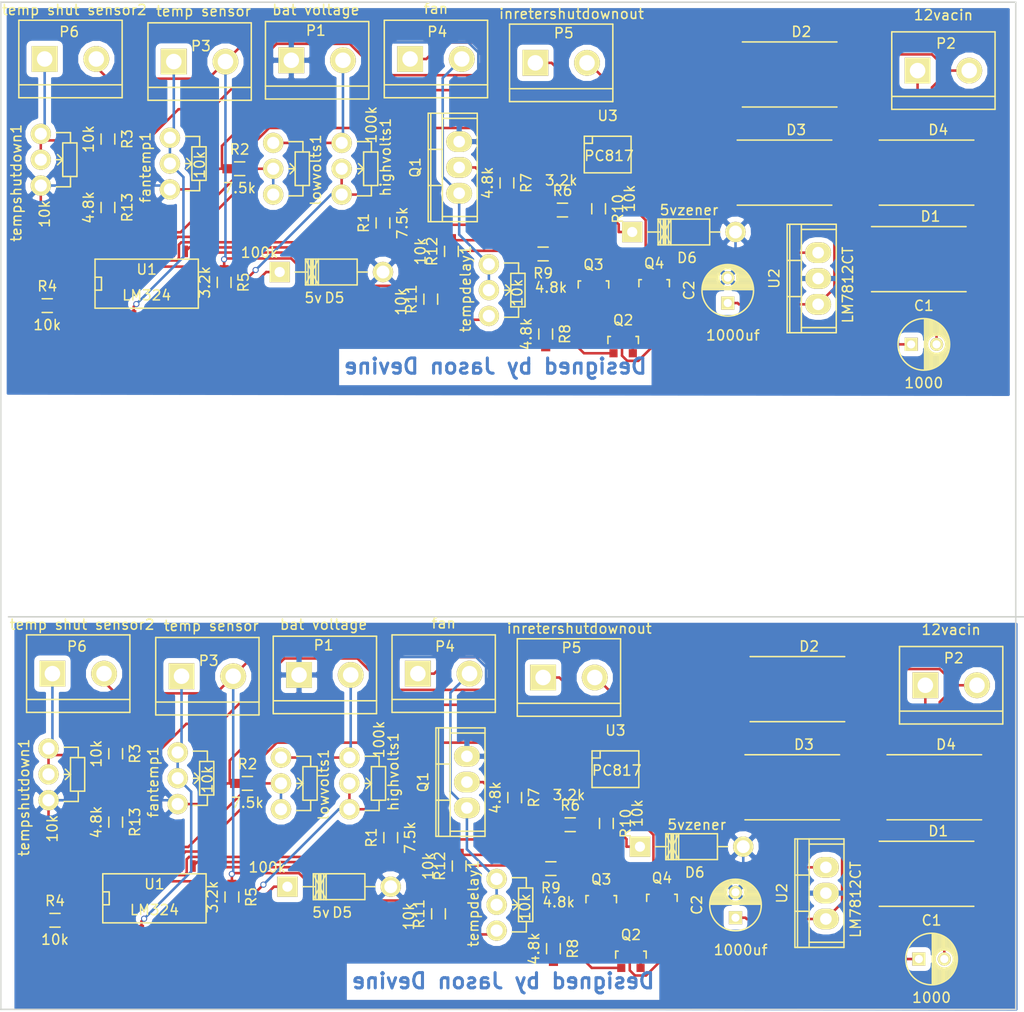
<source format=kicad_pcb>
(kicad_pcb (version 4) (host pcbnew 4.0.4+e1-6308~48~ubuntu14.04.1-stable)
  (layers (0 F.Cu signal) (31 B.Cu signal) (34 B.Paste user) (35 F.Paste user) (36 B.SilkS user) (37 F.SilkS user) (38 B.Mask user) (39 F.Mask user) (44 Edge.Cuts user))
  (net 0 "")
  (net 1 +15V)
  (net 2 "Net-(C1-Pad2)")
  (net 3 GND)
  (net 4 "Net-(D1-Pad1)")
  (net 5 "Net-(D3-Pad2)")
  (net 6 "Net-(D5-Pad1)")
  (net 7 "Net-(D6-Pad1)")
  (net 8 "Net-(P3-Pad1)")
  (net 9 "Net-(R1-Pad2)")
  (net 10 "Net-(P1-Pad2)")
  (net 11 "Net-(R2-Pad2)")
  (net 12 +12V)
  (net 13 "Net-(P4-Pad2)")
  (net 14 "Net-(P5-Pad1)")
  (net 15 "Net-(P5-Pad2)")
  (net 16 "Net-(P6-Pad1)")
  (net 17 "Net-(Q1-Pad2)")
  (net 18 "Net-(Q2-Pad1)")
  (net 19 "Net-(Q2-Pad2)")
  (net 20 "Net-(Q3-Pad1)")
  (net 21 "Net-(Q4-Pad1)")
  (net 22 "Net-(R3-Pad2)")
  (net 23 "Net-(R7-Pad2)")
  (net 24 "Net-(R8-Pad2)")
  (net 25 "Net-(R9-Pad2)")
  (net 26 "Net-(R10-Pad1)")
  (net 27 "Net-(R11-Pad2)")
  (net 28 "Net-(R13-Pad2)")
  (module Potentiometers:Potentiometer_WirePads_Small (layer F.Cu) (at 95.758 141.224)
    (fp_text reference tempshutdown1 (at -2.413 4.826 90) (layer F.SilkS))
    (fp_text value 10k (at 0.381 7.874 90) (layer F.SilkS))
    (pad 2 thru_hole circle (at 0 2.54) (size 1.99898 1.99898) (drill 1.19888) (layers *.Cu *.Mask F.SilkS) (net 16 "Net-(P6-Pad1)"))
    (pad 3 thru_hole circle (at 0 5.08) (size 1.99898 1.99898) (drill 1.19888) (layers *.Cu *.Mask F.SilkS) (net 3 GND))
    (pad 1 thru_hole circle (at 0 0) (size 1.99898 1.99898) (drill 1.19888) (layers *.Cu *.Mask F.SilkS) (net 16 "Net-(P6-Pad1)"))
  )
  (module Potentiometers:Potentiometer_WirePads_Small (layer F.Cu) (at 139.827 154.051)
    (fp_text reference tempdelay1 (at -2.286 2.413 90) (layer F.SilkS))
    (fp_text value 10k (at 2.794 2.794 90) (layer F.SilkS))
    (pad 2 thru_hole circle (at 0 2.54) (size 1.99898 1.99898) (drill 1.19888) (layers *.Cu *.Mask F.SilkS) (net 13 "Net-(P4-Pad2)"))
    (pad 3 thru_hole circle (at 0 5.08) (size 1.99898 1.99898) (drill 1.19888) (layers *.Cu *.Mask F.SilkS) (net 22 "Net-(R3-Pad2)"))
    (pad 1 thru_hole circle (at 0 0) (size 1.99898 1.99898) (drill 1.19888) (layers *.Cu *.Mask F.SilkS) (net 13 "Net-(P4-Pad2)"))
  )
  (module Potentiometers:Potentiometer_WirePads_Small (layer F.Cu) (at 118.618 142.113)
    (fp_text reference lowvolts1 (at 4.191 2.667 90) (layer F.SilkS))
    (fp_text value 100k (at -1.34874 10.78992) (layer F.SilkS))
    (pad 2 thru_hole circle (at 0 2.54) (size 1.99898 1.99898) (drill 1.19888) (layers *.Cu *.Mask F.SilkS) (net 11 "Net-(R2-Pad2)"))
    (pad 3 thru_hole circle (at 0 5.08) (size 1.99898 1.99898) (drill 1.19888) (layers *.Cu *.Mask F.SilkS) (net 11 "Net-(R2-Pad2)"))
    (pad 1 thru_hole circle (at 0 0) (size 1.99898 1.99898) (drill 1.19888) (layers *.Cu *.Mask F.SilkS) (net 10 "Net-(P1-Pad2)"))
  )
  (module Potentiometers:Potentiometer_WirePads_Small (layer F.Cu) (at 125.349 142.113)
    (fp_text reference highvolts1 (at 4.318 1.397 90) (layer F.SilkS))
    (fp_text value 100k (at 2.921 -1.778 90) (layer F.SilkS))
    (pad 2 thru_hole circle (at 0 2.54) (size 1.99898 1.99898) (drill 1.19888) (layers *.Cu *.Mask F.SilkS) (net 9 "Net-(R1-Pad2)"))
    (pad 3 thru_hole circle (at 0 5.08) (size 1.99898 1.99898) (drill 1.19888) (layers *.Cu *.Mask F.SilkS) (net 9 "Net-(R1-Pad2)"))
    (pad 1 thru_hole circle (at 0 0) (size 1.99898 1.99898) (drill 1.19888) (layers *.Cu *.Mask F.SilkS) (net 10 "Net-(P1-Pad2)"))
  )
  (module Potentiometers:Potentiometer_WirePads_Small (layer F.Cu) (at 108.458 141.605)
    (fp_text reference fantemp1 (at -2.413 2.921 90) (layer F.SilkS))
    (fp_text value 10k (at 2.921 2.667 90) (layer F.SilkS))
    (pad 2 thru_hole circle (at 0 2.54) (size 1.99898 1.99898) (drill 1.19888) (layers *.Cu *.Mask F.SilkS) (net 8 "Net-(P3-Pad1)"))
    (pad 3 thru_hole circle (at 0 5.08) (size 1.99898 1.99898) (drill 1.19888) (layers *.Cu *.Mask F.SilkS) (net 3 GND))
    (pad 1 thru_hole circle (at 0 0) (size 1.99898 1.99898) (drill 1.19888) (layers *.Cu *.Mask F.SilkS) (net 8 "Net-(P3-Pad1)"))
  )
  (module Opto-Devices:Optocoupler_SMD_HandSoldering_KPC357_LTV35x_PC357_SingleChannel (layer F.Cu) (at 151.511 143.256)
    (fp_text reference U3 (at 0 -3.81) (layer F.SilkS))
    (fp_text value PC817 (at 0.127 0.127) (layer F.SilkS))
    (pad 2 smd rect (at -3.79984 1.34874) (size 1.99898 0.89916) (layers F.Cu F.Paste F.Mask) (net 26 "Net-(R10-Pad1)"))
    (pad 1 smd rect (at -3.79984 -1.30048) (size 1.99898 1.00076) (layers F.Cu F.Paste F.Mask) (net 12 +12V))
    (pad 4 smd rect (at 3.79984 -1.30048) (size 1.99898 1.00076) (layers F.Cu F.Paste F.Mask) (net 14 "Net-(P5-Pad1)"))
    (pad 3 smd rect (at 3.79984 1.30048) (size 1.99898 1.00076) (layers F.Cu F.Paste F.Mask) (net 15 "Net-(P5-Pad2)"))
  )
  (module Power_Integrations:TO-220 (layer F.Cu) (at 172.212 155.448 90)
    (fp_text reference U2 (at 0 -4.318 90) (layer F.SilkS))
    (fp_text value LM7812CT (at -0.635 2.921 90) (layer F.SilkS))
    (pad 2 thru_hole oval (at 0 0 90) (size 2.032 2.54) (drill 1.143) (layers *.Cu *.Mask F.SilkS) (net 3 GND))
    (pad 3 thru_hole oval (at 2.54 0 90) (size 2.032 2.54) (drill 1.143) (layers *.Cu *.Mask F.SilkS) (net 12 +12V))
    (pad 1 thru_hole oval (at -2.54 0 90) (size 2.032 2.54) (drill 1.143) (layers *.Cu *.Mask F.SilkS) (net 1 +15V))
  )
  (module SMD_Packages:SOIC-14_N (layer F.Cu) (at 106.172 155.829)
    (fp_text reference U1 (at 0 -1.27) (layer F.SilkS))
    (fp_text value LM324 (at 0 1.27) (layer F.SilkS))
    (pad 1 smd rect (at -3.81 3.302) (size 0.508 1.143) (layers F.Cu F.Paste F.Mask) (net 23 "Net-(R7-Pad2)"))
    (pad 2 smd rect (at -2.54 3.302) (size 0.508 1.143) (layers F.Cu F.Paste F.Mask) (net 22 "Net-(R3-Pad2)"))
    (pad 3 smd rect (at -1.27 3.302) (size 0.508 1.143) (layers F.Cu F.Paste F.Mask) (net 8 "Net-(P3-Pad1)"))
    (pad 4 smd rect (at 0 3.302) (size 0.508 1.143) (layers F.Cu F.Paste F.Mask) (net 12 +12V))
    (pad 5 smd rect (at 1.27 3.302) (size 0.508 1.143) (layers F.Cu F.Paste F.Mask) (net 9 "Net-(R1-Pad2)"))
    (pad 6 smd rect (at 2.54 3.302) (size 0.508 1.143) (layers F.Cu F.Paste F.Mask) (net 6 "Net-(D5-Pad1)"))
    (pad 7 smd rect (at 3.81 3.302) (size 0.508 1.143) (layers F.Cu F.Paste F.Mask) (net 24 "Net-(R8-Pad2)"))
    (pad 8 smd rect (at 3.81 -3.048) (size 0.508 1.143) (layers F.Cu F.Paste F.Mask) (net 25 "Net-(R9-Pad2)"))
    (pad 9 smd rect (at 2.54 -3.048) (size 0.508 1.143) (layers F.Cu F.Paste F.Mask) (net 11 "Net-(R2-Pad2)"))
    (pad 11 smd rect (at 0 -3.048) (size 0.508 1.143) (layers F.Cu F.Paste F.Mask) (net 3 GND))
    (pad 12 smd rect (at -1.27 -3.048) (size 0.508 1.143) (layers F.Cu F.Paste F.Mask) (net 16 "Net-(P6-Pad1)"))
    (pad 13 smd rect (at -2.54 -3.048) (size 0.508 1.143) (layers F.Cu F.Paste F.Mask) (net 27 "Net-(R11-Pad2)"))
    (pad 14 smd rect (at -3.81 -3.048) (size 0.508 1.143) (layers F.Cu F.Paste F.Mask) (net 28 "Net-(R13-Pad2)"))
    (pad 10 smd rect (at 1.27 -3.048) (size 0.508 1.143) (layers F.Cu F.Paste F.Mask) (net 7 "Net-(D6-Pad1)"))
  )
  (module Resistors_SMD:R_0603_HandSoldering (layer F.Cu) (at 102.362 148.463 270)
    (fp_text reference R13 (at 0 -1.9 270) (layer F.SilkS))
    (fp_text value 4.8k (at 0 1.9 270) (layer F.SilkS))
    (pad 1 smd rect (at -1.1 0 270) (size 1.2 0.9) (layers F.Cu F.Paste F.Mask) (net 21 "Net-(Q4-Pad1)"))
    (pad 2 smd rect (at 1.1 0 270) (size 1.2 0.9) (layers F.Cu F.Paste F.Mask) (net 28 "Net-(R13-Pad2)"))
  )
  (module Resistors_SMD:R_0603_HandSoldering (layer F.Cu) (at 136.144 152.781 90)
    (fp_text reference R12 (at 0 -1.9 90) (layer F.SilkS))
    (fp_text value 10k (at 0 -3.048 90) (layer F.SilkS))
    (pad 1 smd rect (at -1.1 0 90) (size 1.2 0.9) (layers F.Cu F.Paste F.Mask) (net 27 "Net-(R11-Pad2)"))
    (pad 2 smd rect (at 1.1 0 90) (size 1.2 0.9) (layers F.Cu F.Paste F.Mask) (net 3 GND))
  )
  (module Resistors_SMD:R_0603_HandSoldering (layer F.Cu) (at 134.112 157.48 90)
    (fp_text reference R11 (at 0 -1.9 90) (layer F.SilkS))
    (fp_text value 10k (at -0.254 -2.921 90) (layer F.SilkS))
    (pad 1 smd rect (at -1.1 0 90) (size 1.2 0.9) (layers F.Cu F.Paste F.Mask) (net 12 +12V))
    (pad 2 smd rect (at 1.1 0 90) (size 1.2 0.9) (layers F.Cu F.Paste F.Mask) (net 27 "Net-(R11-Pad2)"))
  )
  (module Resistors_SMD:R_0603_HandSoldering (layer F.Cu) (at 150.622 148.59 270)
    (fp_text reference R10 (at 0 -1.9 270) (layer F.SilkS))
    (fp_text value 10k (at -1.016 -3.048 270) (layer F.SilkS))
    (pad 1 smd rect (at -1.1 0 270) (size 1.2 0.9) (layers F.Cu F.Paste F.Mask) (net 26 "Net-(R10-Pad1)"))
    (pad 2 smd rect (at 1.1 0 270) (size 1.2 0.9) (layers F.Cu F.Paste F.Mask) (net 19 "Net-(Q2-Pad2)"))
  )
  (module Resistors_SMD:R_0603_HandSoldering (layer F.Cu) (at 145.161 153.035 180)
    (fp_text reference R9 (at 0 -1.9 180) (layer F.SilkS))
    (fp_text value 4.8k (at -0.762 -3.302 180) (layer F.SilkS))
    (pad 1 smd rect (at -1.1 0 180) (size 1.2 0.9) (layers F.Cu F.Paste F.Mask) (net 20 "Net-(Q3-Pad1)"))
    (pad 2 smd rect (at 1.1 0 180) (size 1.2 0.9) (layers F.Cu F.Paste F.Mask) (net 25 "Net-(R9-Pad2)"))
  )
  (module Resistors_SMD:R_0603_HandSoldering (layer F.Cu) (at 145.415 160.909 270)
    (fp_text reference R8 (at 0 -1.9 270) (layer F.SilkS))
    (fp_text value 4.8k (at 0 1.9 270) (layer F.SilkS))
    (pad 1 smd rect (at -1.1 0 270) (size 1.2 0.9) (layers F.Cu F.Paste F.Mask) (net 18 "Net-(Q2-Pad1)"))
    (pad 2 smd rect (at 1.1 0 270) (size 1.2 0.9) (layers F.Cu F.Paste F.Mask) (net 24 "Net-(R8-Pad2)"))
  )
  (module Resistors_SMD:R_0603_HandSoldering (layer F.Cu) (at 141.605 146.05 270)
    (fp_text reference R7 (at 0 -1.9 270) (layer F.SilkS))
    (fp_text value 4.8k (at 0 1.9 270) (layer F.SilkS))
    (pad 1 smd rect (at -1.1 0 270) (size 1.2 0.9) (layers F.Cu F.Paste F.Mask) (net 17 "Net-(Q1-Pad2)"))
    (pad 2 smd rect (at 1.1 0 270) (size 1.2 0.9) (layers F.Cu F.Paste F.Mask) (net 23 "Net-(R7-Pad2)"))
  )
  (module Resistors_SMD:R_0603_HandSoldering (layer F.Cu) (at 147.066 148.717)
    (fp_text reference R6 (at 0 -1.9) (layer F.SilkS))
    (fp_text value 3.2k (at -0.127 -2.921) (layer F.SilkS))
    (pad 1 smd rect (at -1.1 0) (size 1.2 0.9) (layers F.Cu F.Paste F.Mask) (net 12 +12V))
    (pad 2 smd rect (at 1.1 0) (size 1.2 0.9) (layers F.Cu F.Paste F.Mask) (net 7 "Net-(D6-Pad1)"))
  )
  (module Resistors_SMD:R_0603_HandSoldering (layer F.Cu) (at 113.792 155.829 270)
    (fp_text reference R5 (at 0 -1.9 270) (layer F.SilkS))
    (fp_text value 3.2k (at 0 1.9 270) (layer F.SilkS))
    (pad 1 smd rect (at -1.1 0 270) (size 1.2 0.9) (layers F.Cu F.Paste F.Mask) (net 12 +12V))
    (pad 2 smd rect (at 1.1 0 270) (size 1.2 0.9) (layers F.Cu F.Paste F.Mask) (net 6 "Net-(D5-Pad1)"))
  )
  (module Resistors_SMD:R_0603_HandSoldering (layer F.Cu) (at 96.393 158.115)
    (fp_text reference R4 (at 0 -1.9) (layer F.SilkS))
    (fp_text value 10k (at 0 1.9) (layer F.SilkS))
    (pad 1 smd rect (at -1.1 0) (size 1.2 0.9) (layers F.Cu F.Paste F.Mask) (net 22 "Net-(R3-Pad2)"))
    (pad 2 smd rect (at 1.1 0) (size 1.2 0.9) (layers F.Cu F.Paste F.Mask) (net 3 GND))
  )
  (module Resistors_SMD:R_0603_HandSoldering (layer F.Cu) (at 102.362 141.732 270)
    (fp_text reference R3 (at 0 -1.9 270) (layer F.SilkS))
    (fp_text value 10k (at 0 1.9 270) (layer F.SilkS))
    (pad 1 smd rect (at -1.1 0 270) (size 1.2 0.9) (layers F.Cu F.Paste F.Mask) (net 12 +12V))
    (pad 2 smd rect (at 1.1 0 270) (size 1.2 0.9) (layers F.Cu F.Paste F.Mask) (net 22 "Net-(R3-Pad2)"))
  )
  (module Resistors_SMD:R_0603_HandSoldering (layer F.Cu) (at 115.316 144.653)
    (fp_text reference R2 (at 0 -1.9) (layer F.SilkS))
    (fp_text value 7.5k (at 0 1.9) (layer F.SilkS))
    (pad 1 smd rect (at -1.1 0) (size 1.2 0.9) (layers F.Cu F.Paste F.Mask) (net 3 GND))
    (pad 2 smd rect (at 1.1 0) (size 1.2 0.9) (layers F.Cu F.Paste F.Mask) (net 11 "Net-(R2-Pad2)"))
  )
  (module Resistors_SMD:R_0603_HandSoldering (layer F.Cu) (at 129.413 149.987 90)
    (fp_text reference R1 (at 0 -1.9 90) (layer F.SilkS))
    (fp_text value 7.5k (at 0 1.9 90) (layer F.SilkS))
    (pad 1 smd rect (at -1.1 0 90) (size 1.2 0.9) (layers F.Cu F.Paste F.Mask) (net 3 GND))
    (pad 2 smd rect (at 1.1 0 90) (size 1.2 0.9) (layers F.Cu F.Paste F.Mask) (net 9 "Net-(R1-Pad2)"))
  )
  (module TO_SOT_Packages_SMD:SOT-23 (layer F.Cu) (at 156.083 156.21)
    (fp_text reference Q4 (at 0 -2.25) (layer F.SilkS))
    (fp_text value Q_NPN_BCE)
    (pad 1 smd rect (at -0.95 1.00076) (size 0.8001 0.8001) (layers F.Cu F.Paste F.Mask) (net 21 "Net-(Q4-Pad1)"))
    (pad 2 smd rect (at 0.95 1.00076) (size 0.8001 0.8001) (layers F.Cu F.Paste F.Mask) (net 19 "Net-(Q2-Pad2)"))
    (pad 3 smd rect (at 0 -0.99822) (size 0.8001 0.8001) (layers F.Cu F.Paste F.Mask) (net 3 GND))
  )
  (module TO_SOT_Packages_SMD:SOT-23 (layer F.Cu) (at 150.114 156.337)
    (fp_text reference Q3 (at 0 -2.25) (layer F.SilkS))
    (fp_text value Q_NPN_BCE)
    (pad 1 smd rect (at -0.95 1.00076) (size 0.8001 0.8001) (layers F.Cu F.Paste F.Mask) (net 20 "Net-(Q3-Pad1)"))
    (pad 2 smd rect (at 0.95 1.00076) (size 0.8001 0.8001) (layers F.Cu F.Paste F.Mask) (net 19 "Net-(Q2-Pad2)"))
    (pad 3 smd rect (at 0 -0.99822) (size 0.8001 0.8001) (layers F.Cu F.Paste F.Mask) (net 3 GND))
  )
  (module TO_SOT_Packages_SMD:SOT-23 (layer F.Cu) (at 153.035 161.798)
    (fp_text reference Q2 (at 0 -2.25) (layer F.SilkS))
    (fp_text value Q_NPN_BCE)
    (pad 1 smd rect (at -0.95 1.00076) (size 0.8001 0.8001) (layers F.Cu F.Paste F.Mask) (net 18 "Net-(Q2-Pad1)"))
    (pad 2 smd rect (at 0.95 1.00076) (size 0.8001 0.8001) (layers F.Cu F.Paste F.Mask) (net 19 "Net-(Q2-Pad2)"))
    (pad 3 smd rect (at 0 -0.99822) (size 0.8001 0.8001) (layers F.Cu F.Paste F.Mask) (net 3 GND))
  )
  (module Power_Integrations:TO-220 (layer F.Cu) (at 136.906 144.526 90)
    (fp_text reference Q1 (at 0 -4.318 90) (layer F.SilkS))
    (fp_text value Q_NMOS_DGS)
    (pad 2 thru_hole oval (at 0 0 90) (size 2.032 2.54) (drill 1.143) (layers *.Cu *.Mask F.SilkS) (net 17 "Net-(Q1-Pad2)"))
    (pad 3 thru_hole oval (at 2.54 0 90) (size 2.032 2.54) (drill 1.143) (layers *.Cu *.Mask F.SilkS) (net 3 GND))
    (pad 1 thru_hole oval (at -2.54 0 90) (size 2.032 2.54) (drill 1.143) (layers *.Cu *.Mask F.SilkS) (net 13 "Net-(P4-Pad2)"))
  )
  (module Connect:bornier2 (layer F.Cu) (at 98.679 133.858)
    (fp_text reference P6 (at -0.127 -2.667) (layer F.SilkS))
    (fp_text value "temp shut sensor2" (at 0.381 -4.826) (layer F.SilkS))
    (pad 1 thru_hole rect (at -2.54 0) (size 2.54 2.54) (drill 1.524) (layers *.Cu *.Mask F.SilkS) (net 16 "Net-(P6-Pad1)"))
    (pad 2 thru_hole circle (at 2.54 0) (size 2.54 2.54) (drill 1.524) (layers *.Cu *.Mask F.SilkS) (net 12 +12V))
  )
  (module Connect:bornier2 (layer F.Cu) (at 146.939 134.239)
    (fp_text reference P5 (at 0.254 -2.921) (layer F.SilkS))
    (fp_text value inretershutdownout (at 1.016 -4.826) (layer F.SilkS))
    (pad 1 thru_hole rect (at -2.54 0) (size 2.54 2.54) (drill 1.524) (layers *.Cu *.Mask F.SilkS) (net 14 "Net-(P5-Pad1)"))
    (pad 2 thru_hole circle (at 2.54 0) (size 2.54 2.54) (drill 1.524) (layers *.Cu *.Mask F.SilkS) (net 15 "Net-(P5-Pad2)"))
  )
  (module Connect:bornier2 (layer F.Cu) (at 134.62 133.858)
    (fp_text reference P4 (at 0.127 -2.667) (layer F.SilkS))
    (fp_text value fan (at 0 -4.953) (layer F.SilkS))
    (pad 1 thru_hole rect (at -2.54 0) (size 2.54 2.54) (drill 1.524) (layers *.Cu *.Mask F.SilkS) (net 1 +15V))
    (pad 2 thru_hole circle (at 2.54 0) (size 2.54 2.54) (drill 1.524) (layers *.Cu *.Mask F.SilkS) (net 13 "Net-(P4-Pad2)"))
  )
  (module Connect:bornier2 (layer F.Cu) (at 111.379 134.112)
    (fp_text reference P3 (at 0.127 -1.524) (layer F.SilkS))
    (fp_text value "temp sensor" (at 0.381 -4.953) (layer F.SilkS))
    (pad 1 thru_hole rect (at -2.54 0) (size 2.54 2.54) (drill 1.524) (layers *.Cu *.Mask F.SilkS) (net 8 "Net-(P3-Pad1)"))
    (pad 2 thru_hole circle (at 2.54 0) (size 2.54 2.54) (drill 1.524) (layers *.Cu *.Mask F.SilkS) (net 12 +12V))
  )
  (module Connect:bornier2 (layer F.Cu) (at 184.531 135.001)
    (fp_text reference P2 (at 0.254 -2.667) (layer F.SilkS))
    (fp_text value 12vacin (at 0 -5.461) (layer F.SilkS))
    (pad 1 thru_hole rect (at -2.54 0) (size 2.54 2.54) (drill 1.524) (layers *.Cu *.Mask F.SilkS) (net 5 "Net-(D3-Pad2)"))
    (pad 2 thru_hole circle (at 2.54 0) (size 2.54 2.54) (drill 1.524) (layers *.Cu *.Mask F.SilkS) (net 4 "Net-(D1-Pad1)"))
  )
  (module Connect:bornier2 (layer F.Cu) (at 122.936 133.985)
    (fp_text reference P1 (at -0.127 -2.921) (layer F.SilkS))
    (fp_text value "bat voltage" (at -0.127 -4.953) (layer F.SilkS))
    (pad 1 thru_hole rect (at -2.54 0) (size 2.54 2.54) (drill 1.524) (layers *.Cu *.Mask F.SilkS) (net 3 GND))
    (pad 2 thru_hole circle (at 2.54 0) (size 2.54 2.54) (drill 1.524) (layers *.Cu *.Mask F.SilkS) (net 10 "Net-(P1-Pad2)"))
  )
  (module Diodes_ThroughHole:Diode_DO-41_SOD81_Horizontal_RM10 (layer F.Cu) (at 153.924 150.876)
    (fp_text reference D6 (at 5.38734 2.53746) (layer F.SilkS))
    (fp_text value 5vzener (at 5.588 -2.159) (layer F.SilkS))
    (pad 2 thru_hole circle (at 10.16 -0.00254 180) (size 1.99898 1.99898) (drill 1.27) (layers *.Cu *.Mask F.SilkS) (net 3 GND))
    (pad 1 thru_hole rect (at 0 -0.00254 180) (size 1.99898 1.99898) (drill 1.00076) (layers *.Cu *.Mask F.SilkS) (net 7 "Net-(D6-Pad1)"))
  )
  (module Diodes_ThroughHole:Diode_DO-41_SOD81_Horizontal_RM10 (layer F.Cu) (at 119.253 154.813)
    (fp_text reference D5 (at 5.38734 2.53746) (layer F.SilkS))
    (fp_text value 5v (at 3.302 2.54) (layer F.SilkS))
    (pad 2 thru_hole circle (at 10.16 -0.00254 180) (size 1.99898 1.99898) (drill 1.27) (layers *.Cu *.Mask F.SilkS) (net 3 GND))
    (pad 1 thru_hole rect (at 0 -0.00254 180) (size 1.99898 1.99898) (drill 1.00076) (layers *.Cu *.Mask F.SilkS) (net 6 "Net-(D5-Pad1)"))
  )
  (module Diodes_SMD:DO-214AB_Handsoldering (layer F.Cu) (at 184.023 145.034)
    (fp_text reference D4 (at 0 -4.2) (layer F.SilkS))
    (fp_text value D)
    (pad 2 smd rect (at 4.1 0) (size 3.6 3.2) (layers F.Cu F.Paste F.Mask) (net 2 "Net-(C1-Pad2)"))
    (pad 1 smd rect (at -4.1 0) (size 3.6 3.2) (layers F.Cu F.Paste F.Mask) (net 5 "Net-(D3-Pad2)"))
  )
  (module Diodes_SMD:DO-214AB_Handsoldering (layer F.Cu) (at 170.053 145.034)
    (fp_text reference D3 (at 0 -4.2) (layer F.SilkS))
    (fp_text value D)
    (pad 2 smd rect (at 4.1 0) (size 3.6 3.2) (layers F.Cu F.Paste F.Mask) (net 5 "Net-(D3-Pad2)"))
    (pad 1 smd rect (at -4.1 0) (size 3.6 3.2) (layers F.Cu F.Paste F.Mask) (net 1 +15V))
  )
  (module Diodes_SMD:DO-214AB_Handsoldering (layer F.Cu) (at 170.561 135.382)
    (fp_text reference D2 (at 0 -4.2) (layer F.SilkS))
    (fp_text value D)
    (pad 2 smd rect (at 4.1 0) (size 3.6 3.2) (layers F.Cu F.Paste F.Mask) (net 4 "Net-(D1-Pad1)"))
    (pad 1 smd rect (at -4.1 0) (size 3.6 3.2) (layers F.Cu F.Paste F.Mask) (net 1 +15V))
  )
  (module Diodes_SMD:DO-214AB_Handsoldering (layer F.Cu) (at 183.261 153.543)
    (fp_text reference D1 (at 0 -4.2) (layer F.SilkS))
    (fp_text value D)
    (pad 2 smd rect (at 4.1 0) (size 3.6 3.2) (layers F.Cu F.Paste F.Mask) (net 2 "Net-(C1-Pad2)"))
    (pad 1 smd rect (at -4.1 0) (size 3.6 3.2) (layers F.Cu F.Paste F.Mask) (net 4 "Net-(D1-Pad1)"))
  )
  (module Capacitors_ThroughHole:C_Radial_D5_L11_P2.5 (layer F.Cu) (at 163.322 157.861 90)
    (fp_text reference C2 (at 1.25 -3.8 90) (layer F.SilkS))
    (fp_text value 1000uf (at -3.175 0.508 180) (layer F.SilkS))
    (pad 1 thru_hole rect (at 0 0 90) (size 1.3 1.3) (drill 0.8) (layers *.Cu *.Mask F.SilkS) (net 1 +15V))
    (pad 2 thru_hole circle (at 2.5 0 90) (size 1.3 1.3) (drill 0.8) (layers *.Cu *.Mask F.SilkS) (net 3 GND))
  )
  (module Capacitors_ThroughHole:C_Radial_D5_L11_P2.5 (layer F.Cu) (at 181.356 161.925)
    (fp_text reference C1 (at 1.25 -3.8) (layer F.SilkS))
    (fp_text value 1000 (at 1.25 3.8) (layer F.SilkS))
    (pad 1 thru_hole rect (at 0 0) (size 1.3 1.3) (drill 0.8) (layers *.Cu *.Mask F.SilkS) (net 1 +15V))
    (pad 2 thru_hole circle (at 2.5 0) (size 1.3 1.3) (drill 0.8) (layers *.Cu *.Mask F.SilkS) (net 2 "Net-(C1-Pad2)"))
  )
  (module Capacitors_ThroughHole:C_Radial_D5_L11_P2.5 (layer F.Cu) (at 180.594 101.473)
    (fp_text reference C1 (at 1.25 -3.8) (layer F.SilkS))
    (fp_text value 1000 (at 1.25 3.8) (layer F.SilkS))
    (pad 1 thru_hole rect (at 0 0) (size 1.3 1.3) (drill 0.8) (layers *.Cu *.Mask F.SilkS) (net 1 +15V))
    (pad 2 thru_hole circle (at 2.5 0) (size 1.3 1.3) (drill 0.8) (layers *.Cu *.Mask F.SilkS) (net 2 "Net-(C1-Pad2)"))
  )
  (module Capacitors_ThroughHole:C_Radial_D5_L11_P2.5 (layer F.Cu) (at 162.56 97.409 90)
    (fp_text reference C2 (at 1.25 -3.8 90) (layer F.SilkS))
    (fp_text value 1000uf (at -3.175 0.508 180) (layer F.SilkS))
    (pad 1 thru_hole rect (at 0 0 90) (size 1.3 1.3) (drill 0.8) (layers *.Cu *.Mask F.SilkS) (net 1 +15V))
    (pad 2 thru_hole circle (at 2.5 0 90) (size 1.3 1.3) (drill 0.8) (layers *.Cu *.Mask F.SilkS) (net 3 GND))
  )
  (module Diodes_SMD:DO-214AB_Handsoldering (layer F.Cu) (at 182.499 93.091)
    (fp_text reference D1 (at 0 -4.2) (layer F.SilkS))
    (fp_text value D)
    (pad 2 smd rect (at 4.1 0) (size 3.6 3.2) (layers F.Cu F.Paste F.Mask) (net 2 "Net-(C1-Pad2)"))
    (pad 1 smd rect (at -4.1 0) (size 3.6 3.2) (layers F.Cu F.Paste F.Mask) (net 4 "Net-(D1-Pad1)"))
  )
  (module Diodes_SMD:DO-214AB_Handsoldering (layer F.Cu) (at 169.799 74.93)
    (fp_text reference D2 (at 0 -4.2) (layer F.SilkS))
    (fp_text value D)
    (pad 2 smd rect (at 4.1 0) (size 3.6 3.2) (layers F.Cu F.Paste F.Mask) (net 4 "Net-(D1-Pad1)"))
    (pad 1 smd rect (at -4.1 0) (size 3.6 3.2) (layers F.Cu F.Paste F.Mask) (net 1 +15V))
  )
  (module Diodes_SMD:DO-214AB_Handsoldering (layer F.Cu) (at 169.291 84.582)
    (fp_text reference D3 (at 0 -4.2) (layer F.SilkS))
    (fp_text value D)
    (pad 2 smd rect (at 4.1 0) (size 3.6 3.2) (layers F.Cu F.Paste F.Mask) (net 5 "Net-(D3-Pad2)"))
    (pad 1 smd rect (at -4.1 0) (size 3.6 3.2) (layers F.Cu F.Paste F.Mask) (net 1 +15V))
  )
  (module Diodes_SMD:DO-214AB_Handsoldering (layer F.Cu) (at 183.261 84.582)
    (fp_text reference D4 (at 0 -4.2) (layer F.SilkS))
    (fp_text value D)
    (pad 2 smd rect (at 4.1 0) (size 3.6 3.2) (layers F.Cu F.Paste F.Mask) (net 2 "Net-(C1-Pad2)"))
    (pad 1 smd rect (at -4.1 0) (size 3.6 3.2) (layers F.Cu F.Paste F.Mask) (net 5 "Net-(D3-Pad2)"))
  )
  (module Diodes_ThroughHole:Diode_DO-41_SOD81_Horizontal_RM10 (layer F.Cu) (at 118.491 94.361)
    (fp_text reference D5 (at 5.38734 2.53746) (layer F.SilkS))
    (fp_text value 5v (at 3.302 2.54) (layer F.SilkS))
    (pad 2 thru_hole circle (at 10.16 -0.00254 180) (size 1.99898 1.99898) (drill 1.27) (layers *.Cu *.Mask F.SilkS) (net 3 GND))
    (pad 1 thru_hole rect (at 0 -0.00254 180) (size 1.99898 1.99898) (drill 1.00076) (layers *.Cu *.Mask F.SilkS) (net 6 "Net-(D5-Pad1)"))
  )
  (module Diodes_ThroughHole:Diode_DO-41_SOD81_Horizontal_RM10 (layer F.Cu) (at 153.162 90.424)
    (fp_text reference D6 (at 5.38734 2.53746) (layer F.SilkS))
    (fp_text value 5vzener (at 5.588 -2.159) (layer F.SilkS))
    (pad 2 thru_hole circle (at 10.16 -0.00254 180) (size 1.99898 1.99898) (drill 1.27) (layers *.Cu *.Mask F.SilkS) (net 3 GND))
    (pad 1 thru_hole rect (at 0 -0.00254 180) (size 1.99898 1.99898) (drill 1.00076) (layers *.Cu *.Mask F.SilkS) (net 7 "Net-(D6-Pad1)"))
  )
  (module Connect:bornier2 (layer F.Cu) (at 122.174 73.533)
    (fp_text reference P1 (at -0.127 -2.921) (layer F.SilkS))
    (fp_text value "bat voltage" (at -0.127 -4.953) (layer F.SilkS))
    (pad 1 thru_hole rect (at -2.54 0) (size 2.54 2.54) (drill 1.524) (layers *.Cu *.Mask F.SilkS) (net 3 GND))
    (pad 2 thru_hole circle (at 2.54 0) (size 2.54 2.54) (drill 1.524) (layers *.Cu *.Mask F.SilkS) (net 10 "Net-(P1-Pad2)"))
  )
  (module Connect:bornier2 (layer F.Cu) (at 183.769 74.549)
    (fp_text reference P2 (at 0.254 -2.667) (layer F.SilkS))
    (fp_text value 12vacin (at 0 -5.461) (layer F.SilkS))
    (pad 1 thru_hole rect (at -2.54 0) (size 2.54 2.54) (drill 1.524) (layers *.Cu *.Mask F.SilkS) (net 5 "Net-(D3-Pad2)"))
    (pad 2 thru_hole circle (at 2.54 0) (size 2.54 2.54) (drill 1.524) (layers *.Cu *.Mask F.SilkS) (net 4 "Net-(D1-Pad1)"))
  )
  (module Connect:bornier2 (layer F.Cu) (at 110.617 73.66)
    (fp_text reference P3 (at 0.127 -1.524) (layer F.SilkS))
    (fp_text value "temp sensor" (at 0.381 -4.953) (layer F.SilkS))
    (pad 1 thru_hole rect (at -2.54 0) (size 2.54 2.54) (drill 1.524) (layers *.Cu *.Mask F.SilkS) (net 8 "Net-(P3-Pad1)"))
    (pad 2 thru_hole circle (at 2.54 0) (size 2.54 2.54) (drill 1.524) (layers *.Cu *.Mask F.SilkS) (net 12 +12V))
  )
  (module Connect:bornier2 (layer F.Cu) (at 133.858 73.406)
    (fp_text reference P4 (at 0.127 -2.667) (layer F.SilkS))
    (fp_text value fan (at 0 -4.953) (layer F.SilkS))
    (pad 1 thru_hole rect (at -2.54 0) (size 2.54 2.54) (drill 1.524) (layers *.Cu *.Mask F.SilkS) (net 1 +15V))
    (pad 2 thru_hole circle (at 2.54 0) (size 2.54 2.54) (drill 1.524) (layers *.Cu *.Mask F.SilkS) (net 13 "Net-(P4-Pad2)"))
  )
  (module Connect:bornier2 (layer F.Cu) (at 146.177 73.787)
    (fp_text reference P5 (at 0.254 -2.921) (layer F.SilkS))
    (fp_text value inretershutdownout (at 1.016 -4.826) (layer F.SilkS))
    (pad 1 thru_hole rect (at -2.54 0) (size 2.54 2.54) (drill 1.524) (layers *.Cu *.Mask F.SilkS) (net 14 "Net-(P5-Pad1)"))
    (pad 2 thru_hole circle (at 2.54 0) (size 2.54 2.54) (drill 1.524) (layers *.Cu *.Mask F.SilkS) (net 15 "Net-(P5-Pad2)"))
  )
  (module Connect:bornier2 (layer F.Cu) (at 97.917 73.406)
    (fp_text reference P6 (at -0.127 -2.667) (layer F.SilkS))
    (fp_text value "temp shut sensor2" (at 0.381 -4.826) (layer F.SilkS))
    (pad 1 thru_hole rect (at -2.54 0) (size 2.54 2.54) (drill 1.524) (layers *.Cu *.Mask F.SilkS) (net 16 "Net-(P6-Pad1)"))
    (pad 2 thru_hole circle (at 2.54 0) (size 2.54 2.54) (drill 1.524) (layers *.Cu *.Mask F.SilkS) (net 12 +12V))
  )
  (module Power_Integrations:TO-220 (layer F.Cu) (at 136.144 84.074 90)
    (fp_text reference Q1 (at 0 -4.318 90) (layer F.SilkS))
    (fp_text value Q_NMOS_DGS)
    (pad 2 thru_hole oval (at 0 0 90) (size 2.032 2.54) (drill 1.143) (layers *.Cu *.Mask F.SilkS) (net 17 "Net-(Q1-Pad2)"))
    (pad 3 thru_hole oval (at 2.54 0 90) (size 2.032 2.54) (drill 1.143) (layers *.Cu *.Mask F.SilkS) (net 3 GND))
    (pad 1 thru_hole oval (at -2.54 0 90) (size 2.032 2.54) (drill 1.143) (layers *.Cu *.Mask F.SilkS) (net 13 "Net-(P4-Pad2)"))
  )
  (module TO_SOT_Packages_SMD:SOT-23 (layer F.Cu) (at 152.273 101.346)
    (fp_text reference Q2 (at 0 -2.25) (layer F.SilkS))
    (fp_text value Q_NPN_BCE)
    (pad 1 smd rect (at -0.95 1.00076) (size 0.8001 0.8001) (layers F.Cu F.Paste F.Mask) (net 18 "Net-(Q2-Pad1)"))
    (pad 2 smd rect (at 0.95 1.00076) (size 0.8001 0.8001) (layers F.Cu F.Paste F.Mask) (net 19 "Net-(Q2-Pad2)"))
    (pad 3 smd rect (at 0 -0.99822) (size 0.8001 0.8001) (layers F.Cu F.Paste F.Mask) (net 3 GND))
  )
  (module TO_SOT_Packages_SMD:SOT-23 (layer F.Cu) (at 149.352 95.885)
    (fp_text reference Q3 (at 0 -2.25) (layer F.SilkS))
    (fp_text value Q_NPN_BCE)
    (pad 1 smd rect (at -0.95 1.00076) (size 0.8001 0.8001) (layers F.Cu F.Paste F.Mask) (net 20 "Net-(Q3-Pad1)"))
    (pad 2 smd rect (at 0.95 1.00076) (size 0.8001 0.8001) (layers F.Cu F.Paste F.Mask) (net 19 "Net-(Q2-Pad2)"))
    (pad 3 smd rect (at 0 -0.99822) (size 0.8001 0.8001) (layers F.Cu F.Paste F.Mask) (net 3 GND))
  )
  (module TO_SOT_Packages_SMD:SOT-23 (layer F.Cu) (at 155.321 95.758)
    (fp_text reference Q4 (at 0 -2.25) (layer F.SilkS))
    (fp_text value Q_NPN_BCE)
    (pad 1 smd rect (at -0.95 1.00076) (size 0.8001 0.8001) (layers F.Cu F.Paste F.Mask) (net 21 "Net-(Q4-Pad1)"))
    (pad 2 smd rect (at 0.95 1.00076) (size 0.8001 0.8001) (layers F.Cu F.Paste F.Mask) (net 19 "Net-(Q2-Pad2)"))
    (pad 3 smd rect (at 0 -0.99822) (size 0.8001 0.8001) (layers F.Cu F.Paste F.Mask) (net 3 GND))
  )
  (module Resistors_SMD:R_0603_HandSoldering (layer F.Cu) (at 128.651 89.535 90)
    (fp_text reference R1 (at 0 -1.9 90) (layer F.SilkS))
    (fp_text value 7.5k (at 0 1.9 90) (layer F.SilkS))
    (pad 1 smd rect (at -1.1 0 90) (size 1.2 0.9) (layers F.Cu F.Paste F.Mask) (net 3 GND))
    (pad 2 smd rect (at 1.1 0 90) (size 1.2 0.9) (layers F.Cu F.Paste F.Mask) (net 9 "Net-(R1-Pad2)"))
  )
  (module Resistors_SMD:R_0603_HandSoldering (layer F.Cu) (at 114.554 84.201)
    (fp_text reference R2 (at 0 -1.9) (layer F.SilkS))
    (fp_text value 7.5k (at 0 1.9) (layer F.SilkS))
    (pad 1 smd rect (at -1.1 0) (size 1.2 0.9) (layers F.Cu F.Paste F.Mask) (net 3 GND))
    (pad 2 smd rect (at 1.1 0) (size 1.2 0.9) (layers F.Cu F.Paste F.Mask) (net 11 "Net-(R2-Pad2)"))
  )
  (module Resistors_SMD:R_0603_HandSoldering (layer F.Cu) (at 101.6 81.28 270)
    (fp_text reference R3 (at 0 -1.9 270) (layer F.SilkS))
    (fp_text value 10k (at 0 1.9 270) (layer F.SilkS))
    (pad 1 smd rect (at -1.1 0 270) (size 1.2 0.9) (layers F.Cu F.Paste F.Mask) (net 12 +12V))
    (pad 2 smd rect (at 1.1 0 270) (size 1.2 0.9) (layers F.Cu F.Paste F.Mask) (net 22 "Net-(R3-Pad2)"))
  )
  (module Resistors_SMD:R_0603_HandSoldering (layer F.Cu) (at 95.631 97.663)
    (fp_text reference R4 (at 0 -1.9) (layer F.SilkS))
    (fp_text value 10k (at 0 1.9) (layer F.SilkS))
    (pad 1 smd rect (at -1.1 0) (size 1.2 0.9) (layers F.Cu F.Paste F.Mask) (net 22 "Net-(R3-Pad2)"))
    (pad 2 smd rect (at 1.1 0) (size 1.2 0.9) (layers F.Cu F.Paste F.Mask) (net 3 GND))
  )
  (module Resistors_SMD:R_0603_HandSoldering (layer F.Cu) (at 113.03 95.377 270)
    (fp_text reference R5 (at 0 -1.9 270) (layer F.SilkS))
    (fp_text value 3.2k (at 0 1.9 270) (layer F.SilkS))
    (pad 1 smd rect (at -1.1 0 270) (size 1.2 0.9) (layers F.Cu F.Paste F.Mask) (net 12 +12V))
    (pad 2 smd rect (at 1.1 0 270) (size 1.2 0.9) (layers F.Cu F.Paste F.Mask) (net 6 "Net-(D5-Pad1)"))
  )
  (module Resistors_SMD:R_0603_HandSoldering (layer F.Cu) (at 146.304 88.265)
    (fp_text reference R6 (at 0 -1.9) (layer F.SilkS))
    (fp_text value 3.2k (at -0.127 -2.921) (layer F.SilkS))
    (pad 1 smd rect (at -1.1 0) (size 1.2 0.9) (layers F.Cu F.Paste F.Mask) (net 12 +12V))
    (pad 2 smd rect (at 1.1 0) (size 1.2 0.9) (layers F.Cu F.Paste F.Mask) (net 7 "Net-(D6-Pad1)"))
  )
  (module Resistors_SMD:R_0603_HandSoldering (layer F.Cu) (at 140.843 85.598 270)
    (fp_text reference R7 (at 0 -1.9 270) (layer F.SilkS))
    (fp_text value 4.8k (at 0 1.9 270) (layer F.SilkS))
    (pad 1 smd rect (at -1.1 0 270) (size 1.2 0.9) (layers F.Cu F.Paste F.Mask) (net 17 "Net-(Q1-Pad2)"))
    (pad 2 smd rect (at 1.1 0 270) (size 1.2 0.9) (layers F.Cu F.Paste F.Mask) (net 23 "Net-(R7-Pad2)"))
  )
  (module Resistors_SMD:R_0603_HandSoldering (layer F.Cu) (at 144.653 100.457 270)
    (fp_text reference R8 (at 0 -1.9 270) (layer F.SilkS))
    (fp_text value 4.8k (at 0 1.9 270) (layer F.SilkS))
    (pad 1 smd rect (at -1.1 0 270) (size 1.2 0.9) (layers F.Cu F.Paste F.Mask) (net 18 "Net-(Q2-Pad1)"))
    (pad 2 smd rect (at 1.1 0 270) (size 1.2 0.9) (layers F.Cu F.Paste F.Mask) (net 24 "Net-(R8-Pad2)"))
  )
  (module Resistors_SMD:R_0603_HandSoldering (layer F.Cu) (at 144.399 92.583 180)
    (fp_text reference R9 (at 0 -1.9 180) (layer F.SilkS))
    (fp_text value 4.8k (at -0.762 -3.302 180) (layer F.SilkS))
    (pad 1 smd rect (at -1.1 0 180) (size 1.2 0.9) (layers F.Cu F.Paste F.Mask) (net 20 "Net-(Q3-Pad1)"))
    (pad 2 smd rect (at 1.1 0 180) (size 1.2 0.9) (layers F.Cu F.Paste F.Mask) (net 25 "Net-(R9-Pad2)"))
  )
  (module Resistors_SMD:R_0603_HandSoldering (layer F.Cu) (at 149.86 88.138 270)
    (fp_text reference R10 (at 0 -1.9 270) (layer F.SilkS))
    (fp_text value 10k (at -1.016 -3.048 270) (layer F.SilkS))
    (pad 1 smd rect (at -1.1 0 270) (size 1.2 0.9) (layers F.Cu F.Paste F.Mask) (net 26 "Net-(R10-Pad1)"))
    (pad 2 smd rect (at 1.1 0 270) (size 1.2 0.9) (layers F.Cu F.Paste F.Mask) (net 19 "Net-(Q2-Pad2)"))
  )
  (module Resistors_SMD:R_0603_HandSoldering (layer F.Cu) (at 133.35 97.028 90)
    (fp_text reference R11 (at 0 -1.9 90) (layer F.SilkS))
    (fp_text value 10k (at -0.254 -2.921 90) (layer F.SilkS))
    (pad 1 smd rect (at -1.1 0 90) (size 1.2 0.9) (layers F.Cu F.Paste F.Mask) (net 12 +12V))
    (pad 2 smd rect (at 1.1 0 90) (size 1.2 0.9) (layers F.Cu F.Paste F.Mask) (net 27 "Net-(R11-Pad2)"))
  )
  (module Resistors_SMD:R_0603_HandSoldering (layer F.Cu) (at 135.382 92.329 90)
    (fp_text reference R12 (at 0 -1.9 90) (layer F.SilkS))
    (fp_text value 10k (at 0 -3.048 90) (layer F.SilkS))
    (pad 1 smd rect (at -1.1 0 90) (size 1.2 0.9) (layers F.Cu F.Paste F.Mask) (net 27 "Net-(R11-Pad2)"))
    (pad 2 smd rect (at 1.1 0 90) (size 1.2 0.9) (layers F.Cu F.Paste F.Mask) (net 3 GND))
  )
  (module Resistors_SMD:R_0603_HandSoldering (layer F.Cu) (at 101.6 88.011 270)
    (fp_text reference R13 (at 0 -1.9 270) (layer F.SilkS))
    (fp_text value 4.8k (at 0 1.9 270) (layer F.SilkS))
    (pad 1 smd rect (at -1.1 0 270) (size 1.2 0.9) (layers F.Cu F.Paste F.Mask) (net 21 "Net-(Q4-Pad1)"))
    (pad 2 smd rect (at 1.1 0 270) (size 1.2 0.9) (layers F.Cu F.Paste F.Mask) (net 28 "Net-(R13-Pad2)"))
  )
  (module SMD_Packages:SOIC-14_N (layer F.Cu) (at 105.41 95.377)
    (fp_text reference U1 (at 0 -1.27) (layer F.SilkS))
    (fp_text value LM324 (at 0 1.27) (layer F.SilkS))
    (pad 1 smd rect (at -3.81 3.302) (size 0.508 1.143) (layers F.Cu F.Paste F.Mask) (net 23 "Net-(R7-Pad2)"))
    (pad 2 smd rect (at -2.54 3.302) (size 0.508 1.143) (layers F.Cu F.Paste F.Mask) (net 22 "Net-(R3-Pad2)"))
    (pad 3 smd rect (at -1.27 3.302) (size 0.508 1.143) (layers F.Cu F.Paste F.Mask) (net 8 "Net-(P3-Pad1)"))
    (pad 4 smd rect (at 0 3.302) (size 0.508 1.143) (layers F.Cu F.Paste F.Mask) (net 12 +12V))
    (pad 5 smd rect (at 1.27 3.302) (size 0.508 1.143) (layers F.Cu F.Paste F.Mask) (net 9 "Net-(R1-Pad2)"))
    (pad 6 smd rect (at 2.54 3.302) (size 0.508 1.143) (layers F.Cu F.Paste F.Mask) (net 6 "Net-(D5-Pad1)"))
    (pad 7 smd rect (at 3.81 3.302) (size 0.508 1.143) (layers F.Cu F.Paste F.Mask) (net 24 "Net-(R8-Pad2)"))
    (pad 8 smd rect (at 3.81 -3.048) (size 0.508 1.143) (layers F.Cu F.Paste F.Mask) (net 25 "Net-(R9-Pad2)"))
    (pad 9 smd rect (at 2.54 -3.048) (size 0.508 1.143) (layers F.Cu F.Paste F.Mask) (net 11 "Net-(R2-Pad2)"))
    (pad 11 smd rect (at 0 -3.048) (size 0.508 1.143) (layers F.Cu F.Paste F.Mask) (net 3 GND))
    (pad 12 smd rect (at -1.27 -3.048) (size 0.508 1.143) (layers F.Cu F.Paste F.Mask) (net 16 "Net-(P6-Pad1)"))
    (pad 13 smd rect (at -2.54 -3.048) (size 0.508 1.143) (layers F.Cu F.Paste F.Mask) (net 27 "Net-(R11-Pad2)"))
    (pad 14 smd rect (at -3.81 -3.048) (size 0.508 1.143) (layers F.Cu F.Paste F.Mask) (net 28 "Net-(R13-Pad2)"))
    (pad 10 smd rect (at 1.27 -3.048) (size 0.508 1.143) (layers F.Cu F.Paste F.Mask) (net 7 "Net-(D6-Pad1)"))
  )
  (module Power_Integrations:TO-220 (layer F.Cu) (at 171.45 94.996 90)
    (fp_text reference U2 (at 0 -4.318 90) (layer F.SilkS))
    (fp_text value LM7812CT (at -0.635 2.921 90) (layer F.SilkS))
    (pad 2 thru_hole oval (at 0 0 90) (size 2.032 2.54) (drill 1.143) (layers *.Cu *.Mask F.SilkS) (net 3 GND))
    (pad 3 thru_hole oval (at 2.54 0 90) (size 2.032 2.54) (drill 1.143) (layers *.Cu *.Mask F.SilkS) (net 12 +12V))
    (pad 1 thru_hole oval (at -2.54 0 90) (size 2.032 2.54) (drill 1.143) (layers *.Cu *.Mask F.SilkS) (net 1 +15V))
  )
  (module Opto-Devices:Optocoupler_SMD_HandSoldering_KPC357_LTV35x_PC357_SingleChannel (layer F.Cu) (at 150.749 82.804)
    (fp_text reference U3 (at 0 -3.81) (layer F.SilkS))
    (fp_text value PC817 (at 0.127 0.127) (layer F.SilkS))
    (pad 2 smd rect (at -3.79984 1.34874) (size 1.99898 0.89916) (layers F.Cu F.Paste F.Mask) (net 26 "Net-(R10-Pad1)"))
    (pad 1 smd rect (at -3.79984 -1.30048) (size 1.99898 1.00076) (layers F.Cu F.Paste F.Mask) (net 12 +12V))
    (pad 4 smd rect (at 3.79984 -1.30048) (size 1.99898 1.00076) (layers F.Cu F.Paste F.Mask) (net 14 "Net-(P5-Pad1)"))
    (pad 3 smd rect (at 3.79984 1.30048) (size 1.99898 1.00076) (layers F.Cu F.Paste F.Mask) (net 15 "Net-(P5-Pad2)"))
  )
  (module Potentiometers:Potentiometer_WirePads_Small (layer F.Cu) (at 107.696 81.153)
    (fp_text reference fantemp1 (at -2.413 2.921 90) (layer F.SilkS))
    (fp_text value 10k (at 2.921 2.667 90) (layer F.SilkS))
    (pad 2 thru_hole circle (at 0 2.54) (size 1.99898 1.99898) (drill 1.19888) (layers *.Cu *.Mask F.SilkS) (net 8 "Net-(P3-Pad1)"))
    (pad 3 thru_hole circle (at 0 5.08) (size 1.99898 1.99898) (drill 1.19888) (layers *.Cu *.Mask F.SilkS) (net 3 GND))
    (pad 1 thru_hole circle (at 0 0) (size 1.99898 1.99898) (drill 1.19888) (layers *.Cu *.Mask F.SilkS) (net 8 "Net-(P3-Pad1)"))
  )
  (module Potentiometers:Potentiometer_WirePads_Small (layer F.Cu) (at 124.587 81.661)
    (fp_text reference highvolts1 (at 4.318 1.397 90) (layer F.SilkS))
    (fp_text value 100k (at 2.921 -1.778 90) (layer F.SilkS))
    (pad 2 thru_hole circle (at 0 2.54) (size 1.99898 1.99898) (drill 1.19888) (layers *.Cu *.Mask F.SilkS) (net 9 "Net-(R1-Pad2)"))
    (pad 3 thru_hole circle (at 0 5.08) (size 1.99898 1.99898) (drill 1.19888) (layers *.Cu *.Mask F.SilkS) (net 9 "Net-(R1-Pad2)"))
    (pad 1 thru_hole circle (at 0 0) (size 1.99898 1.99898) (drill 1.19888) (layers *.Cu *.Mask F.SilkS) (net 10 "Net-(P1-Pad2)"))
  )
  (module Potentiometers:Potentiometer_WirePads_Small (layer F.Cu) (at 117.856 81.661)
    (fp_text reference lowvolts1 (at 4.191 2.667 90) (layer F.SilkS))
    (fp_text value 100k (at -1.34874 10.78992) (layer F.SilkS))
    (pad 2 thru_hole circle (at 0 2.54) (size 1.99898 1.99898) (drill 1.19888) (layers *.Cu *.Mask F.SilkS) (net 11 "Net-(R2-Pad2)"))
    (pad 3 thru_hole circle (at 0 5.08) (size 1.99898 1.99898) (drill 1.19888) (layers *.Cu *.Mask F.SilkS) (net 11 "Net-(R2-Pad2)"))
    (pad 1 thru_hole circle (at 0 0) (size 1.99898 1.99898) (drill 1.19888) (layers *.Cu *.Mask F.SilkS) (net 10 "Net-(P1-Pad2)"))
  )
  (module Potentiometers:Potentiometer_WirePads_Small (layer F.Cu) (at 139.065 93.599)
    (fp_text reference tempdelay1 (at -2.286 2.413 90) (layer F.SilkS))
    (fp_text value 10k (at 2.794 2.794 90) (layer F.SilkS))
    (pad 2 thru_hole circle (at 0 2.54) (size 1.99898 1.99898) (drill 1.19888) (layers *.Cu *.Mask F.SilkS) (net 13 "Net-(P4-Pad2)"))
    (pad 3 thru_hole circle (at 0 5.08) (size 1.99898 1.99898) (drill 1.19888) (layers *.Cu *.Mask F.SilkS) (net 22 "Net-(R3-Pad2)"))
    (pad 1 thru_hole circle (at 0 0) (size 1.99898 1.99898) (drill 1.19888) (layers *.Cu *.Mask F.SilkS) (net 13 "Net-(P4-Pad2)"))
  )
  (module Potentiometers:Potentiometer_WirePads_Small (layer F.Cu) (at 94.996 80.772)
    (fp_text reference tempshutdown1 (at -2.413 4.826 90) (layer F.SilkS))
    (fp_text value 10k (at 0.381 7.874 90) (layer F.SilkS))
    (pad 2 thru_hole circle (at 0 2.54) (size 1.99898 1.99898) (drill 1.19888) (layers *.Cu *.Mask F.SilkS) (net 16 "Net-(P6-Pad1)"))
    (pad 3 thru_hole circle (at 0 5.08) (size 1.99898 1.99898) (drill 1.19888) (layers *.Cu *.Mask F.SilkS) (net 3 GND))
    (pad 1 thru_hole circle (at 0 0) (size 1.99898 1.99898) (drill 1.19888) (layers *.Cu *.Mask F.SilkS) (net 16 "Net-(P6-Pad1)"))
  )
  (gr_line (start 91.821 128.27) (end 191.643 128.27) (angle 90) (layer Edge.Cuts) (width 0.15))
  (gr_text "Designed by Jason Devine" (at 140.462 164.084) (layer B.Cu) (effects (font (size 1.5 1.5) (thickness 0.3)) (justify mirror)))
  (gr_text "Designed by Jason Devine" (at 139.7 103.632) (layer B.Cu) (effects (font (size 1.5 1.5) (thickness 0.3)) (justify mirror)))
  (gr_line (start 91.059 166.878) (end 91.059 67.818) (angle 90) (layer Edge.Cuts) (width 0.15))
  (gr_line (start 190.881 166.878) (end 91.059 166.878) (angle 90) (layer Edge.Cuts) (width 0.15))
  (gr_line (start 190.881 67.818) (end 190.881 166.878) (angle 90) (layer Edge.Cuts) (width 0.15))
  (gr_line (start 91.059 67.818) (end 190.881 67.818) (angle 90) (layer Edge.Cuts) (width 0.15))
  (segment (start 173.8074 156.3926) (end 172.212 157.988) (width 0.25) (layer F.Cu) (net 1))
  (segment (start 168.0783 145.034) (end 173.8074 150.7631) (width 0.25) (layer F.Cu) (net 1))
  (segment (start 173.8074 150.7631) (end 173.8074 156.3926) (width 0.25) (layer F.Cu) (net 1))
  (segment (start 173.8074 156.3926) (end 179.3398 161.925) (width 0.25) (layer F.Cu) (net 1))
  (segment (start 179.3398 161.925) (end 181.356 161.925) (width 0.25) (layer F.Cu) (net 1))
  (segment (start 165.953 145.034) (end 168.0783 145.034) (width 0.25) (layer F.Cu) (net 1))
  (segment (start 165.953 145.034) (end 165.953 137.8153) (width 0.25) (layer F.Cu) (net 1))
  (segment (start 165.953 137.8153) (end 166.461 137.3073) (width 0.25) (layer F.Cu) (net 1))
  (segment (start 166.461 135.382) (end 166.461 137.3073) (width 0.25) (layer F.Cu) (net 1))
  (segment (start 166.461 135.382) (end 166.461 133.4567) (width 0.25) (layer F.Cu) (net 1))
  (segment (start 132.08 133.858) (end 133.6753 133.858) (width 0.25) (layer F.Cu) (net 1))
  (segment (start 133.6753 133.858) (end 135.2964 132.2369) (width 0.25) (layer F.Cu) (net 1))
  (segment (start 135.2964 132.2369) (end 165.2412 132.2369) (width 0.25) (layer F.Cu) (net 1))
  (segment (start 165.2412 132.2369) (end 166.461 133.4567) (width 0.25) (layer F.Cu) (net 1))
  (segment (start 163.322 157.861) (end 164.2973 157.861) (width 0.25) (layer F.Cu) (net 1))
  (segment (start 172.212 157.988) (end 164.4243 157.988) (width 0.25) (layer F.Cu) (net 1))
  (segment (start 164.4243 157.988) (end 164.2973 157.861) (width 0.25) (layer F.Cu) (net 1))
  (segment (start 163.6623 97.536) (end 163.5353 97.409) (width 0.25) (layer F.Cu) (net 1))
  (segment (start 171.45 97.536) (end 163.6623 97.536) (width 0.25) (layer F.Cu) (net 1))
  (segment (start 162.56 97.409) (end 163.5353 97.409) (width 0.25) (layer F.Cu) (net 1))
  (segment (start 164.4792 71.7849) (end 165.699 73.0047) (width 0.25) (layer F.Cu) (net 1))
  (segment (start 134.5344 71.7849) (end 164.4792 71.7849) (width 0.25) (layer F.Cu) (net 1))
  (segment (start 132.9133 73.406) (end 134.5344 71.7849) (width 0.25) (layer F.Cu) (net 1))
  (segment (start 131.318 73.406) (end 132.9133 73.406) (width 0.25) (layer F.Cu) (net 1))
  (segment (start 165.699 74.93) (end 165.699 73.0047) (width 0.25) (layer F.Cu) (net 1))
  (segment (start 165.699 74.93) (end 165.699 76.8553) (width 0.25) (layer F.Cu) (net 1))
  (segment (start 165.191 77.3633) (end 165.699 76.8553) (width 0.25) (layer F.Cu) (net 1))
  (segment (start 165.191 84.582) (end 165.191 77.3633) (width 0.25) (layer F.Cu) (net 1))
  (segment (start 165.191 84.582) (end 167.3163 84.582) (width 0.25) (layer F.Cu) (net 1))
  (segment (start 178.5778 101.473) (end 180.594 101.473) (width 0.25) (layer F.Cu) (net 1))
  (segment (start 173.0454 95.9406) (end 178.5778 101.473) (width 0.25) (layer F.Cu) (net 1))
  (segment (start 173.0454 90.3111) (end 173.0454 95.9406) (width 0.25) (layer F.Cu) (net 1))
  (segment (start 167.3163 84.582) (end 173.0454 90.3111) (width 0.25) (layer F.Cu) (net 1))
  (segment (start 173.0454 95.9406) (end 171.45 97.536) (width 0.25) (layer F.Cu) (net 1))
  (segment (start 187.361 153.543) (end 187.361 155.4683) (width 0.25) (layer F.Cu) (net 2))
  (segment (start 187.361 155.4683) (end 183.856 158.9733) (width 0.25) (layer F.Cu) (net 2))
  (segment (start 183.856 158.9733) (end 183.856 161.925) (width 0.25) (layer F.Cu) (net 2))
  (segment (start 188.123 146.9593) (end 187.361 147.7213) (width 0.25) (layer F.Cu) (net 2))
  (segment (start 187.361 147.7213) (end 187.361 153.543) (width 0.25) (layer F.Cu) (net 2))
  (segment (start 188.123 145.034) (end 188.123 146.9593) (width 0.25) (layer F.Cu) (net 2))
  (segment (start 187.361 84.582) (end 187.361 86.5073) (width 0.25) (layer F.Cu) (net 2))
  (segment (start 186.599 87.2693) (end 186.599 93.091) (width 0.25) (layer F.Cu) (net 2))
  (segment (start 187.361 86.5073) (end 186.599 87.2693) (width 0.25) (layer F.Cu) (net 2))
  (segment (start 183.094 98.5213) (end 183.094 101.473) (width 0.25) (layer F.Cu) (net 2))
  (segment (start 186.599 95.0163) (end 183.094 98.5213) (width 0.25) (layer F.Cu) (net 2))
  (segment (start 186.599 93.091) (end 186.599 95.0163) (width 0.25) (layer F.Cu) (net 2))
  (segment (start 142.392 147.9372) (end 144.8477 150.3929) (width 0.25) (layer F.Cu) (net 3))
  (segment (start 144.8477 150.3929) (end 145.1681 150.3929) (width 0.25) (layer F.Cu) (net 3))
  (segment (start 145.1681 150.3929) (end 149.3887 154.6135) (width 0.25) (layer F.Cu) (net 3))
  (segment (start 149.3887 154.6135) (end 149.3887 155.3388) (width 0.25) (layer F.Cu) (net 3))
  (segment (start 136.906 141.986) (end 140.1663 141.986) (width 0.25) (layer F.Cu) (net 3))
  (segment (start 140.1663 141.986) (end 142.392 144.2117) (width 0.25) (layer F.Cu) (net 3))
  (segment (start 142.392 144.2117) (end 142.392 147.9372) (width 0.25) (layer F.Cu) (net 3))
  (segment (start 142.392 147.9372) (end 138.6482 151.681) (width 0.25) (layer F.Cu) (net 3))
  (segment (start 138.6482 151.681) (end 136.144 151.681) (width 0.25) (layer F.Cu) (net 3))
  (segment (start 130.7823 151.681) (end 130.1883 151.087) (width 0.25) (layer F.Cu) (net 3))
  (segment (start 136.144 151.681) (end 130.7823 151.681) (width 0.25) (layer F.Cu) (net 3))
  (segment (start 130.7823 151.681) (end 130.7823 153.4412) (width 0.25) (layer F.Cu) (net 3))
  (segment (start 130.7823 153.4412) (end 129.413 154.8105) (width 0.25) (layer F.Cu) (net 3))
  (segment (start 129.413 151.087) (end 130.1883 151.087) (width 0.25) (layer F.Cu) (net 3))
  (segment (start 157.7585 156.1619) (end 156.8084 155.2118) (width 0.25) (layer F.Cu) (net 3))
  (segment (start 152.9228 160.7998) (end 152.9228 163.0368) (width 0.25) (layer F.Cu) (net 3))
  (segment (start 152.9228 163.0368) (end 153.4322 163.5462) (width 0.25) (layer F.Cu) (net 3))
  (segment (start 153.4322 163.5462) (end 154.5216 163.5462) (width 0.25) (layer F.Cu) (net 3))
  (segment (start 154.5216 163.5462) (end 157.7585 160.3093) (width 0.25) (layer F.Cu) (net 3))
  (segment (start 157.7585 160.3093) (end 157.7585 156.1619) (width 0.25) (layer F.Cu) (net 3))
  (segment (start 157.7585 156.1619) (end 162.5211 156.1619) (width 0.25) (layer F.Cu) (net 3))
  (segment (start 162.5211 156.1619) (end 163.322 155.361) (width 0.25) (layer F.Cu) (net 3))
  (segment (start 156.083 155.2118) (end 156.8084 155.2118) (width 0.25) (layer F.Cu) (net 3))
  (segment (start 152.9228 160.7998) (end 152.8105 160.7998) (width 0.25) (layer F.Cu) (net 3))
  (segment (start 153.035 160.7998) (end 152.9228 160.7998) (width 0.25) (layer F.Cu) (net 3))
  (segment (start 150.114 155.3388) (end 149.3887 155.3388) (width 0.25) (layer F.Cu) (net 3))
  (segment (start 95.758 146.304) (end 108.077 146.304) (width 0.25) (layer B.Cu) (net 3))
  (segment (start 108.077 146.304) (end 108.458 146.685) (width 0.25) (layer B.Cu) (net 3))
  (segment (start 172.212 155.448) (end 170.6167 155.448) (width 0.25) (layer B.Cu) (net 3))
  (segment (start 164.084 154.599) (end 163.322 155.361) (width 0.25) (layer B.Cu) (net 3))
  (segment (start 164.084 150.8735) (end 164.084 154.599) (width 0.25) (layer B.Cu) (net 3))
  (segment (start 164.084 154.599) (end 169.7677 154.599) (width 0.25) (layer B.Cu) (net 3))
  (segment (start 169.7677 154.599) (end 170.6167 155.448) (width 0.25) (layer B.Cu) (net 3))
  (segment (start 152.8101 160.7998) (end 152.8105 160.7998) (width 0.25) (layer F.Cu) (net 3))
  (segment (start 152.8101 160.7998) (end 152.3097 160.7998) (width 0.25) (layer F.Cu) (net 3))
  (segment (start 152.3097 160.7998) (end 150.114 158.6041) (width 0.25) (layer F.Cu) (net 3))
  (segment (start 150.114 158.6041) (end 150.114 155.3388) (width 0.25) (layer F.Cu) (net 3))
  (segment (start 136.906 141.986) (end 136.906 140.6447) (width 0.25) (layer B.Cu) (net 3))
  (segment (start 120.396 133.985) (end 121.9913 133.985) (width 0.25) (layer B.Cu) (net 3))
  (segment (start 121.9913 133.985) (end 123.7546 132.2217) (width 0.25) (layer B.Cu) (net 3))
  (segment (start 123.7546 132.2217) (end 137.8013 132.2217) (width 0.25) (layer B.Cu) (net 3))
  (segment (start 137.8013 132.2217) (end 138.7868 133.2072) (width 0.25) (layer B.Cu) (net 3))
  (segment (start 138.7868 133.2072) (end 138.7868 138.7639) (width 0.25) (layer B.Cu) (net 3))
  (segment (start 138.7868 138.7639) (end 136.906 140.6447) (width 0.25) (layer B.Cu) (net 3))
  (segment (start 120.396 133.985) (end 120.396 135.5803) (width 0.25) (layer F.Cu) (net 3))
  (segment (start 113.578 144.653) (end 113.578 142.3983) (width 0.25) (layer F.Cu) (net 3))
  (segment (start 113.578 142.3983) (end 120.396 135.5803) (width 0.25) (layer F.Cu) (net 3))
  (segment (start 113.578 144.653) (end 113.2907 144.653) (width 0.25) (layer F.Cu) (net 3))
  (segment (start 114.216 144.653) (end 113.578 144.653) (width 0.25) (layer F.Cu) (net 3))
  (segment (start 108.458 146.685) (end 111.2587 146.685) (width 0.25) (layer F.Cu) (net 3))
  (segment (start 111.2587 146.685) (end 113.2907 144.653) (width 0.25) (layer F.Cu) (net 3))
  (segment (start 106.172 152.781) (end 106.172 148.971) (width 0.25) (layer F.Cu) (net 3))
  (segment (start 106.172 148.971) (end 108.458 146.685) (width 0.25) (layer F.Cu) (net 3))
  (segment (start 97.493 158.115) (end 97.493 157.3397) (width 0.25) (layer F.Cu) (net 3))
  (segment (start 95.758 146.304) (end 95.758 155.6047) (width 0.25) (layer F.Cu) (net 3))
  (segment (start 95.758 155.6047) (end 97.493 157.3397) (width 0.25) (layer F.Cu) (net 3))
  (segment (start 94.996 95.1527) (end 96.731 96.8877) (width 0.25) (layer F.Cu) (net 3))
  (segment (start 94.996 85.852) (end 94.996 95.1527) (width 0.25) (layer F.Cu) (net 3))
  (segment (start 96.731 97.663) (end 96.731 96.8877) (width 0.25) (layer F.Cu) (net 3))
  (segment (start 105.41 88.519) (end 107.696 86.233) (width 0.25) (layer F.Cu) (net 3))
  (segment (start 105.41 92.329) (end 105.41 88.519) (width 0.25) (layer F.Cu) (net 3))
  (segment (start 110.4967 86.233) (end 112.5287 84.201) (width 0.25) (layer F.Cu) (net 3))
  (segment (start 107.696 86.233) (end 110.4967 86.233) (width 0.25) (layer F.Cu) (net 3))
  (segment (start 113.454 84.201) (end 112.816 84.201) (width 0.25) (layer F.Cu) (net 3))
  (segment (start 112.816 84.201) (end 112.5287 84.201) (width 0.25) (layer F.Cu) (net 3))
  (segment (start 112.816 81.9463) (end 119.634 75.1283) (width 0.25) (layer F.Cu) (net 3))
  (segment (start 112.816 84.201) (end 112.816 81.9463) (width 0.25) (layer F.Cu) (net 3))
  (segment (start 119.634 73.533) (end 119.634 75.1283) (width 0.25) (layer F.Cu) (net 3))
  (segment (start 138.0248 78.3119) (end 136.144 80.1927) (width 0.25) (layer B.Cu) (net 3))
  (segment (start 138.0248 72.7552) (end 138.0248 78.3119) (width 0.25) (layer B.Cu) (net 3))
  (segment (start 137.0393 71.7697) (end 138.0248 72.7552) (width 0.25) (layer B.Cu) (net 3))
  (segment (start 122.9926 71.7697) (end 137.0393 71.7697) (width 0.25) (layer B.Cu) (net 3))
  (segment (start 121.2293 73.533) (end 122.9926 71.7697) (width 0.25) (layer B.Cu) (net 3))
  (segment (start 119.634 73.533) (end 121.2293 73.533) (width 0.25) (layer B.Cu) (net 3))
  (segment (start 136.144 81.534) (end 136.144 80.1927) (width 0.25) (layer B.Cu) (net 3))
  (segment (start 149.352 98.1521) (end 149.352 94.8868) (width 0.25) (layer F.Cu) (net 3))
  (segment (start 151.5477 100.3478) (end 149.352 98.1521) (width 0.25) (layer F.Cu) (net 3))
  (segment (start 152.0481 100.3478) (end 151.5477 100.3478) (width 0.25) (layer F.Cu) (net 3))
  (segment (start 152.0481 100.3478) (end 152.0485 100.3478) (width 0.25) (layer F.Cu) (net 3))
  (segment (start 169.0057 94.147) (end 169.8547 94.996) (width 0.25) (layer B.Cu) (net 3))
  (segment (start 163.322 94.147) (end 169.0057 94.147) (width 0.25) (layer B.Cu) (net 3))
  (segment (start 163.322 90.4215) (end 163.322 94.147) (width 0.25) (layer B.Cu) (net 3))
  (segment (start 163.322 94.147) (end 162.56 94.909) (width 0.25) (layer B.Cu) (net 3))
  (segment (start 171.45 94.996) (end 169.8547 94.996) (width 0.25) (layer B.Cu) (net 3))
  (segment (start 107.315 85.852) (end 107.696 86.233) (width 0.25) (layer B.Cu) (net 3))
  (segment (start 94.996 85.852) (end 107.315 85.852) (width 0.25) (layer B.Cu) (net 3))
  (segment (start 149.352 94.8868) (end 148.6267 94.8868) (width 0.25) (layer F.Cu) (net 3))
  (segment (start 152.273 100.3478) (end 152.1608 100.3478) (width 0.25) (layer F.Cu) (net 3))
  (segment (start 152.1608 100.3478) (end 152.0485 100.3478) (width 0.25) (layer F.Cu) (net 3))
  (segment (start 155.321 94.7598) (end 156.0464 94.7598) (width 0.25) (layer F.Cu) (net 3))
  (segment (start 161.7591 95.7099) (end 162.56 94.909) (width 0.25) (layer F.Cu) (net 3))
  (segment (start 156.9965 95.7099) (end 161.7591 95.7099) (width 0.25) (layer F.Cu) (net 3))
  (segment (start 156.9965 99.8573) (end 156.9965 95.7099) (width 0.25) (layer F.Cu) (net 3))
  (segment (start 153.7596 103.0942) (end 156.9965 99.8573) (width 0.25) (layer F.Cu) (net 3))
  (segment (start 152.6702 103.0942) (end 153.7596 103.0942) (width 0.25) (layer F.Cu) (net 3))
  (segment (start 152.1608 102.5848) (end 152.6702 103.0942) (width 0.25) (layer F.Cu) (net 3))
  (segment (start 152.1608 100.3478) (end 152.1608 102.5848) (width 0.25) (layer F.Cu) (net 3))
  (segment (start 156.9965 95.7099) (end 156.0464 94.7598) (width 0.25) (layer F.Cu) (net 3))
  (segment (start 128.651 90.635) (end 129.4263 90.635) (width 0.25) (layer F.Cu) (net 3))
  (segment (start 130.0203 92.9892) (end 128.651 94.3585) (width 0.25) (layer F.Cu) (net 3))
  (segment (start 130.0203 91.229) (end 130.0203 92.9892) (width 0.25) (layer F.Cu) (net 3))
  (segment (start 135.382 91.229) (end 130.0203 91.229) (width 0.25) (layer F.Cu) (net 3))
  (segment (start 130.0203 91.229) (end 129.4263 90.635) (width 0.25) (layer F.Cu) (net 3))
  (segment (start 137.8862 91.229) (end 135.382 91.229) (width 0.25) (layer F.Cu) (net 3))
  (segment (start 141.63 87.4852) (end 137.8862 91.229) (width 0.25) (layer F.Cu) (net 3))
  (segment (start 141.63 83.7597) (end 141.63 87.4852) (width 0.25) (layer F.Cu) (net 3))
  (segment (start 139.4043 81.534) (end 141.63 83.7597) (width 0.25) (layer F.Cu) (net 3))
  (segment (start 136.144 81.534) (end 139.4043 81.534) (width 0.25) (layer F.Cu) (net 3))
  (segment (start 148.6267 94.1615) (end 148.6267 94.8868) (width 0.25) (layer F.Cu) (net 3))
  (segment (start 144.4061 89.9409) (end 148.6267 94.1615) (width 0.25) (layer F.Cu) (net 3))
  (segment (start 144.0857 89.9409) (end 144.4061 89.9409) (width 0.25) (layer F.Cu) (net 3))
  (segment (start 141.63 87.4852) (end 144.0857 89.9409) (width 0.25) (layer F.Cu) (net 3))
  (segment (start 185.0244 135.0296) (end 183.4056 136.6484) (width 0.25) (layer F.Cu) (net 4))
  (segment (start 183.4056 136.6484) (end 183.4056 147.3731) (width 0.25) (layer F.Cu) (net 4))
  (segment (start 183.4056 147.3731) (end 179.161 151.6177) (width 0.25) (layer F.Cu) (net 4))
  (segment (start 187.071 135.001) (end 185.053 135.001) (width 0.25) (layer F.Cu) (net 4))
  (segment (start 185.053 135.001) (end 185.0244 135.0296) (width 0.25) (layer F.Cu) (net 4))
  (segment (start 174.661 133.4567) (end 174.7121 133.4056) (width 0.25) (layer F.Cu) (net 4))
  (segment (start 174.7121 133.4056) (end 183.4003 133.4056) (width 0.25) (layer F.Cu) (net 4))
  (segment (start 183.4003 133.4056) (end 185.0244 135.0296) (width 0.25) (layer F.Cu) (net 4))
  (segment (start 179.161 153.543) (end 179.161 151.6177) (width 0.25) (layer F.Cu) (net 4))
  (segment (start 174.661 135.382) (end 174.661 133.4567) (width 0.25) (layer F.Cu) (net 4))
  (segment (start 173.899 74.93) (end 173.899 73.0047) (width 0.25) (layer F.Cu) (net 4))
  (segment (start 178.399 93.091) (end 178.399 91.1657) (width 0.25) (layer F.Cu) (net 4))
  (segment (start 182.6383 72.9536) (end 184.2624 74.5776) (width 0.25) (layer F.Cu) (net 4))
  (segment (start 173.9501 72.9536) (end 182.6383 72.9536) (width 0.25) (layer F.Cu) (net 4))
  (segment (start 173.899 73.0047) (end 173.9501 72.9536) (width 0.25) (layer F.Cu) (net 4))
  (segment (start 184.291 74.549) (end 184.2624 74.5776) (width 0.25) (layer F.Cu) (net 4))
  (segment (start 186.309 74.549) (end 184.291 74.549) (width 0.25) (layer F.Cu) (net 4))
  (segment (start 182.6436 86.9211) (end 178.399 91.1657) (width 0.25) (layer F.Cu) (net 4))
  (segment (start 182.6436 76.1964) (end 182.6436 86.9211) (width 0.25) (layer F.Cu) (net 4))
  (segment (start 184.2624 74.5776) (end 182.6436 76.1964) (width 0.25) (layer F.Cu) (net 4))
  (segment (start 174.153 145.034) (end 176.2783 145.034) (width 0.25) (layer F.Cu) (net 5))
  (segment (start 179.923 144.0713) (end 177.241 144.0713) (width 0.25) (layer F.Cu) (net 5))
  (segment (start 177.241 144.0713) (end 176.2783 145.034) (width 0.25) (layer F.Cu) (net 5))
  (segment (start 179.923 144.0713) (end 179.923 143.1087) (width 0.25) (layer F.Cu) (net 5))
  (segment (start 179.923 145.034) (end 179.923 144.0713) (width 0.25) (layer F.Cu) (net 5))
  (segment (start 181.991 135.001) (end 181.991 141.0407) (width 0.25) (layer F.Cu) (net 5))
  (segment (start 181.991 141.0407) (end 179.923 143.1087) (width 0.25) (layer F.Cu) (net 5))
  (segment (start 181.229 80.5887) (end 179.161 82.6567) (width 0.25) (layer F.Cu) (net 5))
  (segment (start 181.229 74.549) (end 181.229 80.5887) (width 0.25) (layer F.Cu) (net 5))
  (segment (start 179.161 84.582) (end 179.161 83.6193) (width 0.25) (layer F.Cu) (net 5))
  (segment (start 179.161 83.6193) (end 179.161 82.6567) (width 0.25) (layer F.Cu) (net 5))
  (segment (start 176.479 83.6193) (end 175.5163 84.582) (width 0.25) (layer F.Cu) (net 5))
  (segment (start 179.161 83.6193) (end 176.479 83.6193) (width 0.25) (layer F.Cu) (net 5))
  (segment (start 173.391 84.582) (end 175.5163 84.582) (width 0.25) (layer F.Cu) (net 5))
  (segment (start 113.0167 156.929) (end 110.0172 156.929) (width 0.25) (layer F.Cu) (net 6))
  (segment (start 110.0172 156.929) (end 108.712 158.2342) (width 0.25) (layer F.Cu) (net 6))
  (segment (start 113.792 156.929) (end 113.0167 156.929) (width 0.25) (layer F.Cu) (net 6))
  (segment (start 108.712 159.131) (end 108.712 158.2342) (width 0.25) (layer F.Cu) (net 6))
  (segment (start 119.253 154.8105) (end 117.9282 154.8105) (width 0.25) (layer F.Cu) (net 6))
  (segment (start 113.792 156.929) (end 115.8097 156.929) (width 0.25) (layer F.Cu) (net 6))
  (segment (start 115.8097 156.929) (end 117.9282 154.8105) (width 0.25) (layer F.Cu) (net 6))
  (segment (start 115.0477 96.477) (end 117.1662 94.3585) (width 0.25) (layer F.Cu) (net 6))
  (segment (start 113.03 96.477) (end 115.0477 96.477) (width 0.25) (layer F.Cu) (net 6))
  (segment (start 118.491 94.3585) (end 117.1662 94.3585) (width 0.25) (layer F.Cu) (net 6))
  (segment (start 107.95 98.679) (end 107.95 97.7822) (width 0.25) (layer F.Cu) (net 6))
  (segment (start 113.03 96.477) (end 112.2547 96.477) (width 0.25) (layer F.Cu) (net 6))
  (segment (start 109.2552 96.477) (end 107.95 97.7822) (width 0.25) (layer F.Cu) (net 6))
  (segment (start 112.2547 96.477) (end 109.2552 96.477) (width 0.25) (layer F.Cu) (net 6))
  (segment (start 148.166 149.4923) (end 147.7157 149.9426) (width 0.25) (layer F.Cu) (net 7))
  (segment (start 147.7157 149.9426) (end 145.0343 149.9426) (width 0.25) (layer F.Cu) (net 7))
  (segment (start 145.0343 149.9426) (end 143.989 148.8973) (width 0.25) (layer F.Cu) (net 7))
  (segment (start 143.989 148.8973) (end 143.989 145.1594) (width 0.25) (layer F.Cu) (net 7))
  (segment (start 143.989 145.1594) (end 139.4742 140.6446) (width 0.25) (layer F.Cu) (net 7))
  (segment (start 139.4742 140.6446) (end 118.2086 140.6446) (width 0.25) (layer F.Cu) (net 7))
  (segment (start 118.2086 140.6446) (end 115.3945 143.4587) (width 0.25) (layer F.Cu) (net 7))
  (segment (start 115.3945 143.4587) (end 115.3945 145.014) (width 0.25) (layer F.Cu) (net 7))
  (segment (start 115.3945 145.014) (end 109.504 150.9045) (width 0.25) (layer F.Cu) (net 7))
  (segment (start 109.504 150.9045) (end 108.4217 150.9045) (width 0.25) (layer F.Cu) (net 7))
  (segment (start 108.4217 150.9045) (end 107.442 151.8842) (width 0.25) (layer F.Cu) (net 7))
  (segment (start 148.166 148.717) (end 148.166 149.4923) (width 0.25) (layer F.Cu) (net 7))
  (segment (start 107.442 152.781) (end 107.442 151.8842) (width 0.25) (layer F.Cu) (net 7))
  (segment (start 152.5992 150.8735) (end 152.5992 150.1283) (width 0.25) (layer F.Cu) (net 7))
  (segment (start 152.5992 150.1283) (end 151.1879 148.717) (width 0.25) (layer F.Cu) (net 7))
  (segment (start 151.1879 148.717) (end 148.166 148.717) (width 0.25) (layer F.Cu) (net 7))
  (segment (start 153.924 150.8735) (end 152.5992 150.8735) (width 0.25) (layer F.Cu) (net 7))
  (segment (start 153.162 90.4215) (end 151.8372 90.4215) (width 0.25) (layer F.Cu) (net 7))
  (segment (start 150.4259 88.265) (end 147.404 88.265) (width 0.25) (layer F.Cu) (net 7))
  (segment (start 151.8372 89.6763) (end 150.4259 88.265) (width 0.25) (layer F.Cu) (net 7))
  (segment (start 151.8372 90.4215) (end 151.8372 89.6763) (width 0.25) (layer F.Cu) (net 7))
  (segment (start 106.68 92.329) (end 106.68 91.4322) (width 0.25) (layer F.Cu) (net 7))
  (segment (start 147.404 88.265) (end 147.404 89.0403) (width 0.25) (layer F.Cu) (net 7))
  (segment (start 107.6597 90.4525) (end 106.68 91.4322) (width 0.25) (layer F.Cu) (net 7))
  (segment (start 108.742 90.4525) (end 107.6597 90.4525) (width 0.25) (layer F.Cu) (net 7))
  (segment (start 114.6325 84.562) (end 108.742 90.4525) (width 0.25) (layer F.Cu) (net 7))
  (segment (start 114.6325 83.0067) (end 114.6325 84.562) (width 0.25) (layer F.Cu) (net 7))
  (segment (start 117.4466 80.1926) (end 114.6325 83.0067) (width 0.25) (layer F.Cu) (net 7))
  (segment (start 138.7122 80.1926) (end 117.4466 80.1926) (width 0.25) (layer F.Cu) (net 7))
  (segment (start 143.227 84.7074) (end 138.7122 80.1926) (width 0.25) (layer F.Cu) (net 7))
  (segment (start 143.227 88.4453) (end 143.227 84.7074) (width 0.25) (layer F.Cu) (net 7))
  (segment (start 144.2723 89.4906) (end 143.227 88.4453) (width 0.25) (layer F.Cu) (net 7))
  (segment (start 146.9537 89.4906) (end 144.2723 89.4906) (width 0.25) (layer F.Cu) (net 7))
  (segment (start 147.404 89.0403) (end 146.9537 89.4906) (width 0.25) (layer F.Cu) (net 7))
  (segment (start 108.458 144.145) (end 109.7876 145.4746) (width 0.25) (layer B.Cu) (net 8))
  (segment (start 109.7876 145.4746) (end 109.7876 153.3291) (width 0.25) (layer B.Cu) (net 8))
  (segment (start 109.7876 153.3291) (end 105.156 157.9607) (width 0.25) (layer B.Cu) (net 8))
  (segment (start 108.458 141.605) (end 108.458 144.145) (width 0.25) (layer B.Cu) (net 8))
  (segment (start 105.156 157.9607) (end 104.902 158.2147) (width 0.25) (layer F.Cu) (net 8))
  (segment (start 104.902 158.2147) (end 104.902 159.131) (width 0.25) (layer F.Cu) (net 8))
  (segment (start 108.458 141.605) (end 108.839 141.224) (width 0.25) (layer B.Cu) (net 8))
  (segment (start 108.839 141.224) (end 108.839 134.112) (width 0.25) (layer B.Cu) (net 8))
  (via (at 105.156 157.9607) (size 0.6) (layers F.Cu B.Cu) (net 8))
  (via (at 104.394 97.5087) (size 0.6) (layers F.Cu B.Cu) (net 8))
  (segment (start 108.077 80.772) (end 108.077 73.66) (width 0.25) (layer B.Cu) (net 8))
  (segment (start 107.696 81.153) (end 108.077 80.772) (width 0.25) (layer B.Cu) (net 8))
  (segment (start 104.14 97.7627) (end 104.14 98.679) (width 0.25) (layer F.Cu) (net 8))
  (segment (start 104.394 97.5087) (end 104.14 97.7627) (width 0.25) (layer F.Cu) (net 8))
  (segment (start 107.696 81.153) (end 107.696 83.693) (width 0.25) (layer B.Cu) (net 8))
  (segment (start 109.0256 92.8771) (end 104.394 97.5087) (width 0.25) (layer B.Cu) (net 8))
  (segment (start 109.0256 85.0226) (end 109.0256 92.8771) (width 0.25) (layer B.Cu) (net 8))
  (segment (start 107.696 83.693) (end 109.0256 85.0226) (width 0.25) (layer B.Cu) (net 8))
  (segment (start 125.349 147.193) (end 125.349 144.653) (width 0.25) (layer F.Cu) (net 9))
  (segment (start 125.349 147.193) (end 126.9437 147.193) (width 0.25) (layer F.Cu) (net 9))
  (segment (start 126.9437 147.193) (end 128.6377 148.887) (width 0.25) (layer F.Cu) (net 9))
  (segment (start 107.442 159.131) (end 107.442 158.2342) (width 0.25) (layer F.Cu) (net 9))
  (segment (start 116.8888 154.6116) (end 115.8307 155.6697) (width 0.25) (layer F.Cu) (net 9))
  (segment (start 115.8307 155.6697) (end 110.0065 155.6697) (width 0.25) (layer F.Cu) (net 9))
  (segment (start 110.0065 155.6697) (end 107.442 158.2342) (width 0.25) (layer F.Cu) (net 9))
  (segment (start 125.349 147.193) (end 124.3074 147.193) (width 0.25) (layer B.Cu) (net 9))
  (segment (start 124.3074 147.193) (end 116.8888 154.6116) (width 0.25) (layer B.Cu) (net 9))
  (segment (start 129.413 148.887) (end 128.6377 148.887) (width 0.25) (layer F.Cu) (net 9))
  (via (at 116.8888 154.6116) (size 0.6) (layers F.Cu B.Cu) (net 9))
  (via (at 116.1268 94.1596) (size 0.6) (layers F.Cu B.Cu) (net 9))
  (segment (start 128.651 88.435) (end 127.8757 88.435) (width 0.25) (layer F.Cu) (net 9))
  (segment (start 123.5454 86.741) (end 116.1268 94.1596) (width 0.25) (layer B.Cu) (net 9))
  (segment (start 124.587 86.741) (end 123.5454 86.741) (width 0.25) (layer B.Cu) (net 9))
  (segment (start 109.2445 95.2177) (end 106.68 97.7822) (width 0.25) (layer F.Cu) (net 9))
  (segment (start 115.0687 95.2177) (end 109.2445 95.2177) (width 0.25) (layer F.Cu) (net 9))
  (segment (start 116.1268 94.1596) (end 115.0687 95.2177) (width 0.25) (layer F.Cu) (net 9))
  (segment (start 106.68 98.679) (end 106.68 97.7822) (width 0.25) (layer F.Cu) (net 9))
  (segment (start 126.1817 86.741) (end 127.8757 88.435) (width 0.25) (layer F.Cu) (net 9))
  (segment (start 124.587 86.741) (end 126.1817 86.741) (width 0.25) (layer F.Cu) (net 9))
  (segment (start 124.587 86.741) (end 124.587 84.201) (width 0.25) (layer F.Cu) (net 9))
  (segment (start 125.349 142.113) (end 125.476 141.986) (width 0.25) (layer B.Cu) (net 10))
  (segment (start 125.476 141.986) (end 125.476 133.985) (width 0.25) (layer B.Cu) (net 10))
  (segment (start 118.618 142.113) (end 125.349 142.113) (width 0.25) (layer F.Cu) (net 10))
  (segment (start 117.856 81.661) (end 124.587 81.661) (width 0.25) (layer F.Cu) (net 10))
  (segment (start 124.714 81.534) (end 124.714 73.533) (width 0.25) (layer B.Cu) (net 10))
  (segment (start 124.587 81.661) (end 124.714 81.534) (width 0.25) (layer B.Cu) (net 10))
  (segment (start 108.712 152.781) (end 108.712 151.8842) (width 0.25) (layer F.Cu) (net 11))
  (segment (start 116.416 144.653) (end 116.416 145.4283) (width 0.25) (layer F.Cu) (net 11))
  (segment (start 116.416 145.4283) (end 110.4895 151.3548) (width 0.25) (layer F.Cu) (net 11))
  (segment (start 110.4895 151.3548) (end 109.2414 151.3548) (width 0.25) (layer F.Cu) (net 11))
  (segment (start 109.2414 151.3548) (end 108.712 151.8842) (width 0.25) (layer F.Cu) (net 11))
  (segment (start 118.618 144.653) (end 116.416 144.653) (width 0.25) (layer F.Cu) (net 11))
  (segment (start 118.618 147.193) (end 118.618 144.653) (width 0.25) (layer B.Cu) (net 11))
  (segment (start 117.856 86.741) (end 117.856 84.201) (width 0.25) (layer B.Cu) (net 11))
  (segment (start 117.856 84.201) (end 115.654 84.201) (width 0.25) (layer F.Cu) (net 11))
  (segment (start 108.4794 90.9028) (end 107.95 91.4322) (width 0.25) (layer F.Cu) (net 11))
  (segment (start 109.7275 90.9028) (end 108.4794 90.9028) (width 0.25) (layer F.Cu) (net 11))
  (segment (start 115.654 84.9763) (end 109.7275 90.9028) (width 0.25) (layer F.Cu) (net 11))
  (segment (start 115.654 84.201) (end 115.654 84.9763) (width 0.25) (layer F.Cu) (net 11))
  (segment (start 107.95 92.329) (end 107.95 91.4322) (width 0.25) (layer F.Cu) (net 11))
  (segment (start 145.8869 142.455) (end 145.8869 147.8626) (width 0.25) (layer F.Cu) (net 12))
  (segment (start 145.8869 147.8626) (end 145.966 147.9417) (width 0.25) (layer F.Cu) (net 12))
  (segment (start 146.3864 141.9555) (end 145.8869 142.455) (width 0.25) (layer F.Cu) (net 12))
  (segment (start 113.919 134.112) (end 116.1201 131.9109) (width 0.25) (layer F.Cu) (net 12))
  (segment (start 116.1201 131.9109) (end 126.476 131.9109) (width 0.25) (layer F.Cu) (net 12))
  (segment (start 126.476 131.9109) (end 130.0185 135.4534) (width 0.25) (layer F.Cu) (net 12))
  (segment (start 130.0185 135.4534) (end 138.8853 135.4534) (width 0.25) (layer F.Cu) (net 12))
  (segment (start 138.8853 135.4534) (end 145.8869 142.455) (width 0.25) (layer F.Cu) (net 12))
  (segment (start 102.362 135.7956) (end 112.2354 135.7956) (width 0.25) (layer F.Cu) (net 12))
  (segment (start 112.2354 135.7956) (end 113.919 134.112) (width 0.25) (layer F.Cu) (net 12))
  (segment (start 145.966 148.717) (end 145.966 147.9417) (width 0.25) (layer F.Cu) (net 12))
  (segment (start 147.7112 141.9555) (end 146.3864 141.9555) (width 0.25) (layer F.Cu) (net 12))
  (segment (start 147.9101 141.9555) (end 147.7112 141.9555) (width 0.25) (layer F.Cu) (net 12))
  (segment (start 113.7853 153.5569) (end 113.8661 153.4761) (width 0.25) (layer F.Cu) (net 12))
  (segment (start 113.8661 153.4761) (end 120.3777 153.4761) (width 0.25) (layer F.Cu) (net 12))
  (segment (start 120.3777 153.4761) (end 125.4816 158.58) (width 0.25) (layer F.Cu) (net 12))
  (segment (start 125.4816 158.58) (end 134.112 158.58) (width 0.25) (layer F.Cu) (net 12))
  (segment (start 113.792 153.8037) (end 113.7853 153.797) (width 0.25) (layer F.Cu) (net 12))
  (segment (start 113.7853 153.797) (end 113.7853 153.5569) (width 0.25) (layer F.Cu) (net 12))
  (segment (start 113.792 154.729) (end 113.792 153.8037) (width 0.25) (layer F.Cu) (net 12))
  (segment (start 113.919 134.112) (end 113.919 153.4232) (width 0.25) (layer B.Cu) (net 12))
  (segment (start 113.919 153.4232) (end 113.7853 153.5569) (width 0.25) (layer B.Cu) (net 12))
  (segment (start 147.9101 141.9555) (end 149.036 141.9555) (width 0.25) (layer F.Cu) (net 12))
  (segment (start 102.362 135.7956) (end 101.219 134.6526) (width 0.25) (layer F.Cu) (net 12))
  (segment (start 101.219 134.6526) (end 101.219 133.858) (width 0.25) (layer F.Cu) (net 12))
  (segment (start 102.362 135.7956) (end 102.362 140.632) (width 0.25) (layer F.Cu) (net 12))
  (segment (start 106.172 158.2342) (end 109.6772 154.729) (width 0.25) (layer F.Cu) (net 12))
  (segment (start 109.6772 154.729) (end 113.792 154.729) (width 0.25) (layer F.Cu) (net 12))
  (segment (start 149.036 141.9555) (end 159.9885 152.908) (width 0.25) (layer F.Cu) (net 12))
  (segment (start 159.9885 152.908) (end 172.212 152.908) (width 0.25) (layer F.Cu) (net 12))
  (segment (start 106.172 159.131) (end 106.172 158.2342) (width 0.25) (layer F.Cu) (net 12))
  (via (at 113.7853 153.5569) (size 0.6) (layers F.Cu B.Cu) (net 12))
  (via (at 113.0233 93.1049) (size 0.6) (layers F.Cu B.Cu) (net 12))
  (segment (start 105.41 98.679) (end 105.41 97.7822) (width 0.25) (layer F.Cu) (net 12))
  (segment (start 159.2265 92.456) (end 171.45 92.456) (width 0.25) (layer F.Cu) (net 12))
  (segment (start 148.274 81.5035) (end 159.2265 92.456) (width 0.25) (layer F.Cu) (net 12))
  (segment (start 108.9152 94.277) (end 113.03 94.277) (width 0.25) (layer F.Cu) (net 12))
  (segment (start 105.41 97.7822) (end 108.9152 94.277) (width 0.25) (layer F.Cu) (net 12))
  (segment (start 101.6 75.3436) (end 101.6 80.18) (width 0.25) (layer F.Cu) (net 12))
  (segment (start 100.457 74.2006) (end 100.457 73.406) (width 0.25) (layer F.Cu) (net 12))
  (segment (start 101.6 75.3436) (end 100.457 74.2006) (width 0.25) (layer F.Cu) (net 12))
  (segment (start 147.1481 81.5035) (end 148.274 81.5035) (width 0.25) (layer F.Cu) (net 12))
  (segment (start 113.157 92.9712) (end 113.0233 93.1049) (width 0.25) (layer B.Cu) (net 12))
  (segment (start 113.157 73.66) (end 113.157 92.9712) (width 0.25) (layer B.Cu) (net 12))
  (segment (start 113.03 94.277) (end 113.03 93.3517) (width 0.25) (layer F.Cu) (net 12))
  (segment (start 113.0233 93.345) (end 113.0233 93.1049) (width 0.25) (layer F.Cu) (net 12))
  (segment (start 113.03 93.3517) (end 113.0233 93.345) (width 0.25) (layer F.Cu) (net 12))
  (segment (start 124.7196 98.128) (end 133.35 98.128) (width 0.25) (layer F.Cu) (net 12))
  (segment (start 119.6157 93.0241) (end 124.7196 98.128) (width 0.25) (layer F.Cu) (net 12))
  (segment (start 113.1041 93.0241) (end 119.6157 93.0241) (width 0.25) (layer F.Cu) (net 12))
  (segment (start 113.0233 93.1049) (end 113.1041 93.0241) (width 0.25) (layer F.Cu) (net 12))
  (segment (start 147.1481 81.5035) (end 146.9492 81.5035) (width 0.25) (layer F.Cu) (net 12))
  (segment (start 146.9492 81.5035) (end 145.6244 81.5035) (width 0.25) (layer F.Cu) (net 12))
  (segment (start 145.204 88.265) (end 145.204 87.4897) (width 0.25) (layer F.Cu) (net 12))
  (segment (start 111.4734 75.3436) (end 113.157 73.66) (width 0.25) (layer F.Cu) (net 12))
  (segment (start 101.6 75.3436) (end 111.4734 75.3436) (width 0.25) (layer F.Cu) (net 12))
  (segment (start 138.1233 75.0014) (end 145.1249 82.003) (width 0.25) (layer F.Cu) (net 12))
  (segment (start 129.2565 75.0014) (end 138.1233 75.0014) (width 0.25) (layer F.Cu) (net 12))
  (segment (start 125.714 71.4589) (end 129.2565 75.0014) (width 0.25) (layer F.Cu) (net 12))
  (segment (start 115.3581 71.4589) (end 125.714 71.4589) (width 0.25) (layer F.Cu) (net 12))
  (segment (start 113.157 73.66) (end 115.3581 71.4589) (width 0.25) (layer F.Cu) (net 12))
  (segment (start 145.6244 81.5035) (end 145.1249 82.003) (width 0.25) (layer F.Cu) (net 12))
  (segment (start 145.1249 87.4106) (end 145.204 87.4897) (width 0.25) (layer F.Cu) (net 12))
  (segment (start 145.1249 82.003) (end 145.1249 87.4106) (width 0.25) (layer F.Cu) (net 12))
  (segment (start 136.906 147.066) (end 135.2857 145.4457) (width 0.25) (layer B.Cu) (net 13))
  (segment (start 135.2857 145.4457) (end 135.2857 135.7323) (width 0.25) (layer B.Cu) (net 13))
  (segment (start 135.2857 135.7323) (end 137.16 133.858) (width 0.25) (layer B.Cu) (net 13))
  (segment (start 139.827 154.051) (end 136.906 151.13) (width 0.25) (layer B.Cu) (net 13))
  (segment (start 136.906 151.13) (end 136.906 147.066) (width 0.25) (layer B.Cu) (net 13))
  (segment (start 139.827 154.051) (end 139.827 156.591) (width 0.25) (layer B.Cu) (net 13))
  (segment (start 139.065 93.599) (end 139.065 96.139) (width 0.25) (layer B.Cu) (net 13))
  (segment (start 136.144 90.678) (end 136.144 86.614) (width 0.25) (layer B.Cu) (net 13))
  (segment (start 139.065 93.599) (end 136.144 90.678) (width 0.25) (layer B.Cu) (net 13))
  (segment (start 134.5237 75.2803) (end 136.398 73.406) (width 0.25) (layer B.Cu) (net 13))
  (segment (start 134.5237 84.9937) (end 134.5237 75.2803) (width 0.25) (layer B.Cu) (net 13))
  (segment (start 136.144 86.614) (end 134.5237 84.9937) (width 0.25) (layer B.Cu) (net 13))
  (segment (start 144.399 134.239) (end 145.9943 134.239) (width 0.25) (layer F.Cu) (net 14))
  (segment (start 155.3108 141.9555) (end 153.7108 141.9555) (width 0.25) (layer F.Cu) (net 14))
  (segment (start 153.7108 141.9555) (end 145.9943 134.239) (width 0.25) (layer F.Cu) (net 14))
  (segment (start 152.9488 81.5035) (end 145.2323 73.787) (width 0.25) (layer F.Cu) (net 14))
  (segment (start 154.5488 81.5035) (end 152.9488 81.5035) (width 0.25) (layer F.Cu) (net 14))
  (segment (start 143.637 73.787) (end 145.2323 73.787) (width 0.25) (layer F.Cu) (net 14))
  (segment (start 155.3108 144.5565) (end 156.6356 144.5565) (width 0.25) (layer F.Cu) (net 15))
  (segment (start 156.6356 144.5565) (end 156.6356 141.2493) (width 0.25) (layer F.Cu) (net 15))
  (segment (start 156.6356 141.2493) (end 149.6253 134.239) (width 0.25) (layer F.Cu) (net 15))
  (segment (start 149.6253 134.239) (end 149.479 134.239) (width 0.25) (layer F.Cu) (net 15))
  (segment (start 148.8633 73.787) (end 148.717 73.787) (width 0.25) (layer F.Cu) (net 15))
  (segment (start 155.8736 80.7973) (end 148.8633 73.787) (width 0.25) (layer F.Cu) (net 15))
  (segment (start 155.8736 84.1045) (end 155.8736 80.7973) (width 0.25) (layer F.Cu) (net 15))
  (segment (start 154.5488 84.1045) (end 155.8736 84.1045) (width 0.25) (layer F.Cu) (net 15))
  (segment (start 95.758 141.224) (end 96.139 140.843) (width 0.25) (layer B.Cu) (net 16))
  (segment (start 96.139 140.843) (end 96.139 133.858) (width 0.25) (layer B.Cu) (net 16))
  (segment (start 95.758 141.8659) (end 95.758 143.764) (width 0.25) (layer F.Cu) (net 16))
  (segment (start 95.758 141.224) (end 95.758 141.8659) (width 0.25) (layer F.Cu) (net 16))
  (segment (start 95.758 141.8659) (end 102.9523 141.8659) (width 0.25) (layer F.Cu) (net 16))
  (segment (start 102.9523 141.8659) (end 103.1374 142.051) (width 0.25) (layer F.Cu) (net 16))
  (segment (start 103.1374 142.051) (end 103.1374 143.6592) (width 0.25) (layer F.Cu) (net 16))
  (segment (start 103.1374 143.6592) (end 101.5866 145.21) (width 0.25) (layer F.Cu) (net 16))
  (segment (start 101.5866 145.21) (end 101.5866 148.1227) (width 0.25) (layer F.Cu) (net 16))
  (segment (start 101.5866 148.1227) (end 101.7523 148.2884) (width 0.25) (layer F.Cu) (net 16))
  (segment (start 101.7523 148.2884) (end 102.6671 148.2884) (width 0.25) (layer F.Cu) (net 16))
  (segment (start 102.6671 148.2884) (end 104.902 150.5233) (width 0.25) (layer F.Cu) (net 16))
  (segment (start 104.902 150.5233) (end 104.902 152.781) (width 0.25) (layer F.Cu) (net 16))
  (segment (start 104.14 90.0713) (end 104.14 92.329) (width 0.25) (layer F.Cu) (net 16))
  (segment (start 101.9051 87.8364) (end 104.14 90.0713) (width 0.25) (layer F.Cu) (net 16))
  (segment (start 100.9903 87.8364) (end 101.9051 87.8364) (width 0.25) (layer F.Cu) (net 16))
  (segment (start 100.8246 87.6707) (end 100.9903 87.8364) (width 0.25) (layer F.Cu) (net 16))
  (segment (start 100.8246 84.758) (end 100.8246 87.6707) (width 0.25) (layer F.Cu) (net 16))
  (segment (start 102.3754 83.2072) (end 100.8246 84.758) (width 0.25) (layer F.Cu) (net 16))
  (segment (start 102.3754 81.599) (end 102.3754 83.2072) (width 0.25) (layer F.Cu) (net 16))
  (segment (start 102.1903 81.4139) (end 102.3754 81.599) (width 0.25) (layer F.Cu) (net 16))
  (segment (start 94.996 81.4139) (end 102.1903 81.4139) (width 0.25) (layer F.Cu) (net 16))
  (segment (start 94.996 80.772) (end 94.996 81.4139) (width 0.25) (layer F.Cu) (net 16))
  (segment (start 94.996 81.4139) (end 94.996 83.312) (width 0.25) (layer F.Cu) (net 16))
  (segment (start 95.377 80.391) (end 95.377 73.406) (width 0.25) (layer B.Cu) (net 16))
  (segment (start 94.996 80.772) (end 95.377 80.391) (width 0.25) (layer B.Cu) (net 16))
  (segment (start 136.906 144.526) (end 138.5013 144.526) (width 0.25) (layer F.Cu) (net 17))
  (segment (start 141.605 144.95) (end 138.9253 144.95) (width 0.25) (layer F.Cu) (net 17))
  (segment (start 138.9253 144.95) (end 138.5013 144.526) (width 0.25) (layer F.Cu) (net 17))
  (segment (start 138.1633 84.498) (end 137.7393 84.074) (width 0.25) (layer F.Cu) (net 17))
  (segment (start 140.843 84.498) (end 138.1633 84.498) (width 0.25) (layer F.Cu) (net 17))
  (segment (start 136.144 84.074) (end 137.7393 84.074) (width 0.25) (layer F.Cu) (net 17))
  (segment (start 145.415 159.809) (end 146.1903 159.809) (width 0.25) (layer F.Cu) (net 18))
  (segment (start 146.1903 159.809) (end 149.1801 162.7988) (width 0.25) (layer F.Cu) (net 18))
  (segment (start 149.1801 162.7988) (end 152.085 162.7988) (width 0.25) (layer F.Cu) (net 18))
  (segment (start 148.4181 102.3468) (end 151.323 102.3468) (width 0.25) (layer F.Cu) (net 18))
  (segment (start 145.4283 99.357) (end 148.4181 102.3468) (width 0.25) (layer F.Cu) (net 18))
  (segment (start 144.653 99.357) (end 145.4283 99.357) (width 0.25) (layer F.Cu) (net 18))
  (segment (start 153.985 157.9361) (end 155.6732 157.9361) (width 0.25) (layer F.Cu) (net 19))
  (segment (start 155.6732 157.9361) (end 156.3077 157.3016) (width 0.25) (layer F.Cu) (net 19))
  (segment (start 156.3077 157.3016) (end 156.3077 157.2108) (width 0.25) (layer F.Cu) (net 19))
  (segment (start 151.7894 157.3378) (end 152.3877 157.9361) (width 0.25) (layer F.Cu) (net 19))
  (segment (start 152.3877 157.9361) (end 153.985 157.9361) (width 0.25) (layer F.Cu) (net 19))
  (segment (start 153.985 157.9361) (end 153.985 162.0734) (width 0.25) (layer F.Cu) (net 19))
  (segment (start 153.985 162.7988) (end 153.985 162.0734) (width 0.25) (layer F.Cu) (net 19))
  (segment (start 151.064 157.3378) (end 151.7894 157.3378) (width 0.25) (layer F.Cu) (net 19))
  (segment (start 150.622 150.6153) (end 151.064 151.0573) (width 0.25) (layer F.Cu) (net 19))
  (segment (start 151.064 151.0573) (end 151.064 157.3378) (width 0.25) (layer F.Cu) (net 19))
  (segment (start 157.033 157.2108) (end 156.3077 157.2108) (width 0.25) (layer F.Cu) (net 19))
  (segment (start 150.622 149.69) (end 150.622 150.6153) (width 0.25) (layer F.Cu) (net 19))
  (segment (start 149.86 89.238) (end 149.86 90.1633) (width 0.25) (layer F.Cu) (net 19))
  (segment (start 156.271 96.7588) (end 155.5457 96.7588) (width 0.25) (layer F.Cu) (net 19))
  (segment (start 150.302 90.6053) (end 150.302 96.8858) (width 0.25) (layer F.Cu) (net 19))
  (segment (start 149.86 90.1633) (end 150.302 90.6053) (width 0.25) (layer F.Cu) (net 19))
  (segment (start 150.302 96.8858) (end 151.0274 96.8858) (width 0.25) (layer F.Cu) (net 19))
  (segment (start 153.223 102.3468) (end 153.223 101.6214) (width 0.25) (layer F.Cu) (net 19))
  (segment (start 153.223 97.4841) (end 153.223 101.6214) (width 0.25) (layer F.Cu) (net 19))
  (segment (start 151.6257 97.4841) (end 153.223 97.4841) (width 0.25) (layer F.Cu) (net 19))
  (segment (start 151.0274 96.8858) (end 151.6257 97.4841) (width 0.25) (layer F.Cu) (net 19))
  (segment (start 155.5457 96.8496) (end 155.5457 96.7588) (width 0.25) (layer F.Cu) (net 19))
  (segment (start 154.9112 97.4841) (end 155.5457 96.8496) (width 0.25) (layer F.Cu) (net 19))
  (segment (start 153.223 97.4841) (end 154.9112 97.4841) (width 0.25) (layer F.Cu) (net 19))
  (segment (start 149.164 157.3378) (end 149.164 156.6124) (width 0.25) (layer F.Cu) (net 20))
  (segment (start 146.261 153.035) (end 146.261 153.8103) (width 0.25) (layer F.Cu) (net 20))
  (segment (start 146.261 153.8103) (end 149.0631 156.6124) (width 0.25) (layer F.Cu) (net 20))
  (segment (start 149.0631 156.6124) (end 149.164 156.6124) (width 0.25) (layer F.Cu) (net 20))
  (segment (start 148.3011 96.1604) (end 148.402 96.1604) (width 0.25) (layer F.Cu) (net 20))
  (segment (start 145.499 93.3583) (end 148.3011 96.1604) (width 0.25) (layer F.Cu) (net 20))
  (segment (start 145.499 92.583) (end 145.499 93.3583) (width 0.25) (layer F.Cu) (net 20))
  (segment (start 148.402 96.8858) (end 148.402 96.1604) (width 0.25) (layer F.Cu) (net 20))
  (segment (start 102.362 147.363) (end 102.362 145.7396) (width 0.25) (layer F.Cu) (net 21))
  (segment (start 102.362 145.7396) (end 109.3035 138.7981) (width 0.25) (layer F.Cu) (net 21))
  (segment (start 109.3035 138.7981) (end 112.5221 138.7981) (width 0.25) (layer F.Cu) (net 21))
  (segment (start 112.5221 138.7981) (end 118.9522 132.368) (width 0.25) (layer F.Cu) (net 21))
  (segment (start 118.9522 132.368) (end 126.1487 132.368) (width 0.25) (layer F.Cu) (net 21))
  (segment (start 126.1487 132.368) (end 130.7023 136.9216) (width 0.25) (layer F.Cu) (net 21))
  (segment (start 130.7023 136.9216) (end 136.4652 136.9216) (width 0.25) (layer F.Cu) (net 21))
  (segment (start 136.4652 136.9216) (end 144.5983 145.0547) (width 0.25) (layer F.Cu) (net 21))
  (segment (start 144.5983 145.0547) (end 144.5983 148.8697) (width 0.25) (layer F.Cu) (net 21))
  (segment (start 144.5983 148.8697) (end 145.2209 149.4923) (width 0.25) (layer F.Cu) (net 21))
  (segment (start 145.2209 149.4923) (end 146.7008 149.4923) (width 0.25) (layer F.Cu) (net 21))
  (segment (start 146.7008 149.4923) (end 146.8914 149.3017) (width 0.25) (layer F.Cu) (net 21))
  (segment (start 146.8914 149.3017) (end 146.8914 147.8942) (width 0.25) (layer F.Cu) (net 21))
  (segment (start 146.8914 147.8942) (end 146.3864 147.3892) (width 0.25) (layer F.Cu) (net 21))
  (segment (start 146.3864 147.3892) (end 146.3864 144.0203) (width 0.25) (layer F.Cu) (net 21))
  (segment (start 146.3864 144.0203) (end 146.577 143.8297) (width 0.25) (layer F.Cu) (net 21))
  (segment (start 146.577 143.8297) (end 149.3652 143.8297) (width 0.25) (layer F.Cu) (net 21))
  (segment (start 149.3652 143.8297) (end 155.2489 149.7134) (width 0.25) (layer F.Cu) (net 21))
  (segment (start 155.2489 149.7134) (end 155.2489 156.3695) (width 0.25) (layer F.Cu) (net 21))
  (segment (start 155.2489 156.3695) (end 155.133 156.4854) (width 0.25) (layer F.Cu) (net 21))
  (segment (start 155.133 157.2108) (end 155.133 156.4854) (width 0.25) (layer F.Cu) (net 21))
  (segment (start 154.371 96.7588) (end 154.371 96.0334) (width 0.25) (layer F.Cu) (net 21))
  (segment (start 154.4869 95.9175) (end 154.371 96.0334) (width 0.25) (layer F.Cu) (net 21))
  (segment (start 154.4869 89.2614) (end 154.4869 95.9175) (width 0.25) (layer F.Cu) (net 21))
  (segment (start 148.6032 83.3777) (end 154.4869 89.2614) (width 0.25) (layer F.Cu) (net 21))
  (segment (start 145.815 83.3777) (end 148.6032 83.3777) (width 0.25) (layer F.Cu) (net 21))
  (segment (start 145.6244 83.5683) (end 145.815 83.3777) (width 0.25) (layer F.Cu) (net 21))
  (segment (start 145.6244 86.9372) (end 145.6244 83.5683) (width 0.25) (layer F.Cu) (net 21))
  (segment (start 146.1294 87.4422) (end 145.6244 86.9372) (width 0.25) (layer F.Cu) (net 21))
  (segment (start 146.1294 88.8497) (end 146.1294 87.4422) (width 0.25) (layer F.Cu) (net 21))
  (segment (start 145.9388 89.0403) (end 146.1294 88.8497) (width 0.25) (layer F.Cu) (net 21))
  (segment (start 144.4589 89.0403) (end 145.9388 89.0403) (width 0.25) (layer F.Cu) (net 21))
  (segment (start 143.8363 88.4177) (end 144.4589 89.0403) (width 0.25) (layer F.Cu) (net 21))
  (segment (start 143.8363 84.6027) (end 143.8363 88.4177) (width 0.25) (layer F.Cu) (net 21))
  (segment (start 135.7032 76.4696) (end 143.8363 84.6027) (width 0.25) (layer F.Cu) (net 21))
  (segment (start 129.9403 76.4696) (end 135.7032 76.4696) (width 0.25) (layer F.Cu) (net 21))
  (segment (start 125.3867 71.916) (end 129.9403 76.4696) (width 0.25) (layer F.Cu) (net 21))
  (segment (start 118.1902 71.916) (end 125.3867 71.916) (width 0.25) (layer F.Cu) (net 21))
  (segment (start 111.7601 78.3461) (end 118.1902 71.916) (width 0.25) (layer F.Cu) (net 21))
  (segment (start 108.5415 78.3461) (end 111.7601 78.3461) (width 0.25) (layer F.Cu) (net 21))
  (segment (start 101.6 85.2876) (end 108.5415 78.3461) (width 0.25) (layer F.Cu) (net 21))
  (segment (start 101.6 86.911) (end 101.6 85.2876) (width 0.25) (layer F.Cu) (net 21))
  (segment (start 103.632 160.0278) (end 103.135 160.5248) (width 0.25) (layer F.Cu) (net 22))
  (segment (start 103.135 160.5248) (end 101.7592 160.5248) (width 0.25) (layer F.Cu) (net 22))
  (segment (start 101.7592 160.5248) (end 100.5511 159.3167) (width 0.25) (layer F.Cu) (net 22))
  (segment (start 100.5511 159.3167) (end 100.5511 158.8903) (width 0.25) (layer F.Cu) (net 22))
  (segment (start 139.827 159.131) (end 139.4526 159.5054) (width 0.25) (layer F.Cu) (net 22))
  (segment (start 139.4526 159.5054) (end 114.2879 159.5054) (width 0.25) (layer F.Cu) (net 22))
  (segment (start 114.2879 159.5054) (end 113.0166 158.2341) (width 0.25) (layer F.Cu) (net 22))
  (segment (start 113.0166 158.2341) (end 109.5925 158.2341) (width 0.25) (layer F.Cu) (net 22))
  (segment (start 109.5925 158.2341) (end 109.4026 158.424) (width 0.25) (layer F.Cu) (net 22))
  (segment (start 109.4026 158.424) (end 109.4026 159.7272) (width 0.25) (layer F.Cu) (net 22))
  (segment (start 109.4026 159.7272) (end 109.102 160.0278) (width 0.25) (layer F.Cu) (net 22))
  (segment (start 109.102 160.0278) (end 103.632 160.0278) (width 0.25) (layer F.Cu) (net 22))
  (segment (start 100.5511 158.8903) (end 95.293 158.8903) (width 0.25) (layer F.Cu) (net 22))
  (segment (start 101.5867 142.832) (end 100.5511 143.8676) (width 0.25) (layer F.Cu) (net 22))
  (segment (start 100.5511 143.8676) (end 100.5511 158.8903) (width 0.25) (layer F.Cu) (net 22))
  (segment (start 103.632 159.131) (end 103.632 160.0278) (width 0.25) (layer F.Cu) (net 22))
  (segment (start 102.362 142.832) (end 101.5867 142.832) (width 0.25) (layer F.Cu) (net 22))
  (segment (start 95.293 158.115) (end 95.293 158.8903) (width 0.25) (layer F.Cu) (net 22))
  (segment (start 94.531 97.663) (end 94.531 98.4383) (width 0.25) (layer F.Cu) (net 22))
  (segment (start 101.6 82.38) (end 100.8247 82.38) (width 0.25) (layer F.Cu) (net 22))
  (segment (start 102.87 98.679) (end 102.87 99.5758) (width 0.25) (layer F.Cu) (net 22))
  (segment (start 99.7891 83.4156) (end 99.7891 98.4383) (width 0.25) (layer F.Cu) (net 22))
  (segment (start 100.8247 82.38) (end 99.7891 83.4156) (width 0.25) (layer F.Cu) (net 22))
  (segment (start 99.7891 98.4383) (end 94.531 98.4383) (width 0.25) (layer F.Cu) (net 22))
  (segment (start 108.34 99.5758) (end 102.87 99.5758) (width 0.25) (layer F.Cu) (net 22))
  (segment (start 108.6406 99.2752) (end 108.34 99.5758) (width 0.25) (layer F.Cu) (net 22))
  (segment (start 108.6406 97.972) (end 108.6406 99.2752) (width 0.25) (layer F.Cu) (net 22))
  (segment (start 108.8305 97.7821) (end 108.6406 97.972) (width 0.25) (layer F.Cu) (net 22))
  (segment (start 112.2546 97.7821) (end 108.8305 97.7821) (width 0.25) (layer F.Cu) (net 22))
  (segment (start 113.5259 99.0534) (end 112.2546 97.7821) (width 0.25) (layer F.Cu) (net 22))
  (segment (start 138.6906 99.0534) (end 113.5259 99.0534) (width 0.25) (layer F.Cu) (net 22))
  (segment (start 139.065 98.679) (end 138.6906 99.0534) (width 0.25) (layer F.Cu) (net 22))
  (segment (start 99.7891 98.8647) (end 99.7891 98.4383) (width 0.25) (layer F.Cu) (net 22))
  (segment (start 100.9972 100.0728) (end 99.7891 98.8647) (width 0.25) (layer F.Cu) (net 22))
  (segment (start 102.373 100.0728) (end 100.9972 100.0728) (width 0.25) (layer F.Cu) (net 22))
  (segment (start 102.87 99.5758) (end 102.373 100.0728) (width 0.25) (layer F.Cu) (net 22))
  (segment (start 141.605 147.15) (end 140.8297 147.15) (width 0.25) (layer F.Cu) (net 23))
  (segment (start 102.362 159.131) (end 102.362 158.2342) (width 0.25) (layer F.Cu) (net 23))
  (segment (start 102.362 158.2342) (end 106.9184 153.6778) (width 0.25) (layer F.Cu) (net 23))
  (segment (start 106.9184 153.6778) (end 109.1008 153.6778) (width 0.25) (layer F.Cu) (net 23))
  (segment (start 109.1008 153.6778) (end 109.347 153.4316) (width 0.25) (layer F.Cu) (net 23))
  (segment (start 109.347 153.4316) (end 109.347 152.1141) (width 0.25) (layer F.Cu) (net 23))
  (segment (start 109.347 152.1141) (end 109.5769 151.8842) (width 0.25) (layer F.Cu) (net 23))
  (segment (start 109.5769 151.8842) (end 122.7559 151.8842) (width 0.25) (layer F.Cu) (net 23))
  (segment (start 122.7559 151.8842) (end 124.4785 150.1616) (width 0.25) (layer F.Cu) (net 23))
  (segment (start 124.4785 150.1616) (end 137.8181 150.1616) (width 0.25) (layer F.Cu) (net 23))
  (segment (start 137.8181 150.1616) (end 140.8297 147.15) (width 0.25) (layer F.Cu) (net 23))
  (segment (start 137.0561 89.7096) (end 140.0677 86.698) (width 0.25) (layer F.Cu) (net 23))
  (segment (start 123.7165 89.7096) (end 137.0561 89.7096) (width 0.25) (layer F.Cu) (net 23))
  (segment (start 121.9939 91.4322) (end 123.7165 89.7096) (width 0.25) (layer F.Cu) (net 23))
  (segment (start 108.8149 91.4322) (end 121.9939 91.4322) (width 0.25) (layer F.Cu) (net 23))
  (segment (start 108.585 91.6621) (end 108.8149 91.4322) (width 0.25) (layer F.Cu) (net 23))
  (segment (start 108.585 92.9796) (end 108.585 91.6621) (width 0.25) (layer F.Cu) (net 23))
  (segment (start 108.3388 93.2258) (end 108.585 92.9796) (width 0.25) (layer F.Cu) (net 23))
  (segment (start 106.1564 93.2258) (end 108.3388 93.2258) (width 0.25) (layer F.Cu) (net 23))
  (segment (start 101.6 97.7822) (end 106.1564 93.2258) (width 0.25) (layer F.Cu) (net 23))
  (segment (start 101.6 98.679) (end 101.6 97.7822) (width 0.25) (layer F.Cu) (net 23))
  (segment (start 140.843 86.698) (end 140.0677 86.698) (width 0.25) (layer F.Cu) (net 23))
  (segment (start 145.415 162.009) (end 144.6397 162.009) (width 0.25) (layer F.Cu) (net 24))
  (segment (start 109.982 159.131) (end 109.982 160.0278) (width 0.25) (layer F.Cu) (net 24))
  (segment (start 109.982 160.0278) (end 111.9632 162.009) (width 0.25) (layer F.Cu) (net 24))
  (segment (start 111.9632 162.009) (end 144.6397 162.009) (width 0.25) (layer F.Cu) (net 24))
  (segment (start 111.2012 101.557) (end 143.8777 101.557) (width 0.25) (layer F.Cu) (net 24))
  (segment (start 109.22 99.5758) (end 111.2012 101.557) (width 0.25) (layer F.Cu) (net 24))
  (segment (start 109.22 98.679) (end 109.22 99.5758) (width 0.25) (layer F.Cu) (net 24))
  (segment (start 144.653 101.557) (end 143.8777 101.557) (width 0.25) (layer F.Cu) (net 24))
  (segment (start 144.061 153.035) (end 143.1357 153.035) (width 0.25) (layer F.Cu) (net 25))
  (segment (start 109.982 152.781) (end 110.3726 152.3904) (width 0.25) (layer F.Cu) (net 25))
  (segment (start 110.3726 152.3904) (end 123.4763 152.3904) (width 0.25) (layer F.Cu) (net 25))
  (segment (start 123.4763 152.3904) (end 127.2545 156.1686) (width 0.25) (layer F.Cu) (net 25))
  (segment (start 127.2545 156.1686) (end 130.777 156.1686) (width 0.25) (layer F.Cu) (net 25))
  (segment (start 130.777 156.1686) (end 134.2195 152.7261) (width 0.25) (layer F.Cu) (net 25))
  (segment (start 134.2195 152.7261) (end 142.8268 152.7261) (width 0.25) (layer F.Cu) (net 25))
  (segment (start 142.8268 152.7261) (end 143.1357 153.035) (width 0.25) (layer F.Cu) (net 25))
  (segment (start 142.0648 92.2741) (end 142.3737 92.583) (width 0.25) (layer F.Cu) (net 25))
  (segment (start 133.4575 92.2741) (end 142.0648 92.2741) (width 0.25) (layer F.Cu) (net 25))
  (segment (start 130.015 95.7166) (end 133.4575 92.2741) (width 0.25) (layer F.Cu) (net 25))
  (segment (start 126.4925 95.7166) (end 130.015 95.7166) (width 0.25) (layer F.Cu) (net 25))
  (segment (start 122.7143 91.9384) (end 126.4925 95.7166) (width 0.25) (layer F.Cu) (net 25))
  (segment (start 109.6106 91.9384) (end 122.7143 91.9384) (width 0.25) (layer F.Cu) (net 25))
  (segment (start 109.22 92.329) (end 109.6106 91.9384) (width 0.25) (layer F.Cu) (net 25))
  (segment (start 143.299 92.583) (end 142.3737 92.583) (width 0.25) (layer F.Cu) (net 25))
  (segment (start 150.622 147.49) (end 149.8467 147.49) (width 0.25) (layer F.Cu) (net 26))
  (segment (start 147.7112 144.6047) (end 149.036 144.6047) (width 0.25) (layer F.Cu) (net 26))
  (segment (start 149.036 144.6047) (end 149.036 146.6793) (width 0.25) (layer F.Cu) (net 26))
  (segment (start 149.036 146.6793) (end 149.8467 147.49) (width 0.25) (layer F.Cu) (net 26))
  (segment (start 148.274 86.2273) (end 149.0847 87.038) (width 0.25) (layer F.Cu) (net 26))
  (segment (start 148.274 84.1527) (end 148.274 86.2273) (width 0.25) (layer F.Cu) (net 26))
  (segment (start 146.9492 84.1527) (end 148.274 84.1527) (width 0.25) (layer F.Cu) (net 26))
  (segment (start 149.86 87.038) (end 149.0847 87.038) (width 0.25) (layer F.Cu) (net 26))
  (segment (start 134.112 156.38) (end 133.3367 156.38) (width 0.25) (layer F.Cu) (net 27))
  (segment (start 103.632 152.781) (end 103.632 153.678) (width 0.25) (layer F.Cu) (net 27))
  (segment (start 103.632 153.678) (end 101.7825 155.5275) (width 0.25) (layer F.Cu) (net 27))
  (segment (start 101.7825 155.5275) (end 101.7825 159.9111) (width 0.25) (layer F.Cu) (net 27))
  (segment (start 101.7825 159.9111) (end 101.8992 160.0278) (width 0.25) (layer F.Cu) (net 27))
  (segment (start 101.8992 160.0278) (end 102.7508 160.0278) (width 0.25) (layer F.Cu) (net 27))
  (segment (start 102.7508 160.0278) (end 102.999 159.7796) (width 0.25) (layer F.Cu) (net 27))
  (segment (start 102.999 159.7796) (end 102.999 158.4236) (width 0.25) (layer F.Cu) (net 27))
  (segment (start 102.999 158.4236) (end 107.144 154.2786) (width 0.25) (layer F.Cu) (net 27))
  (segment (start 107.144 154.2786) (end 111.7555 154.2786) (width 0.25) (layer F.Cu) (net 27))
  (segment (start 111.7555 154.2786) (end 113.141 152.8931) (width 0.25) (layer F.Cu) (net 27))
  (segment (start 113.141 152.8931) (end 120.6389 152.8931) (width 0.25) (layer F.Cu) (net 27))
  (segment (start 120.6389 152.8931) (end 124.3648 156.619) (width 0.25) (layer F.Cu) (net 27))
  (segment (start 124.3648 156.619) (end 133.0977 156.619) (width 0.25) (layer F.Cu) (net 27))
  (segment (start 133.0977 156.619) (end 133.3367 156.38) (width 0.25) (layer F.Cu) (net 27))
  (segment (start 135.7564 153.881) (end 134.8873 154.7501) (width 0.25) (layer F.Cu) (net 27))
  (segment (start 134.8873 154.7501) (end 134.8873 156.38) (width 0.25) (layer F.Cu) (net 27))
  (segment (start 136.144 153.881) (end 135.7564 153.881) (width 0.25) (layer F.Cu) (net 27))
  (segment (start 134.112 156.38) (end 134.8873 156.38) (width 0.25) (layer F.Cu) (net 27))
  (segment (start 133.35 95.928) (end 134.1253 95.928) (width 0.25) (layer F.Cu) (net 27))
  (segment (start 135.382 93.429) (end 134.9944 93.429) (width 0.25) (layer F.Cu) (net 27))
  (segment (start 134.1253 94.2981) (end 134.1253 95.928) (width 0.25) (layer F.Cu) (net 27))
  (segment (start 134.9944 93.429) (end 134.1253 94.2981) (width 0.25) (layer F.Cu) (net 27))
  (segment (start 132.3357 96.167) (end 132.5747 95.928) (width 0.25) (layer F.Cu) (net 27))
  (segment (start 123.6028 96.167) (end 132.3357 96.167) (width 0.25) (layer F.Cu) (net 27))
  (segment (start 119.8769 92.4411) (end 123.6028 96.167) (width 0.25) (layer F.Cu) (net 27))
  (segment (start 112.379 92.4411) (end 119.8769 92.4411) (width 0.25) (layer F.Cu) (net 27))
  (segment (start 110.9935 93.8266) (end 112.379 92.4411) (width 0.25) (layer F.Cu) (net 27))
  (segment (start 106.382 93.8266) (end 110.9935 93.8266) (width 0.25) (layer F.Cu) (net 27))
  (segment (start 102.237 97.9716) (end 106.382 93.8266) (width 0.25) (layer F.Cu) (net 27))
  (segment (start 102.237 99.3276) (end 102.237 97.9716) (width 0.25) (layer F.Cu) (net 27))
  (segment (start 101.9888 99.5758) (end 102.237 99.3276) (width 0.25) (layer F.Cu) (net 27))
  (segment (start 101.1372 99.5758) (end 101.9888 99.5758) (width 0.25) (layer F.Cu) (net 27))
  (segment (start 101.0205 99.4591) (end 101.1372 99.5758) (width 0.25) (layer F.Cu) (net 27))
  (segment (start 101.0205 95.0755) (end 101.0205 99.4591) (width 0.25) (layer F.Cu) (net 27))
  (segment (start 102.87 93.226) (end 101.0205 95.0755) (width 0.25) (layer F.Cu) (net 27))
  (segment (start 102.87 92.329) (end 102.87 93.226) (width 0.25) (layer F.Cu) (net 27))
  (segment (start 133.35 95.928) (end 132.5747 95.928) (width 0.25) (layer F.Cu) (net 27))
  (segment (start 102.362 149.563) (end 102.362 152.781) (width 0.25) (layer F.Cu) (net 28))
  (segment (start 101.6 89.111) (end 101.6 92.329) (width 0.25) (layer F.Cu) (net 28))
  (zone (net 3) (net_name GND) (layer B.Cu) (connect_pads (clearance 0.508)) (min_thickness 0.254) (fill yes (arc_segments 16) (thermal_gap 0.508) (thermal_bridge_width 0.508))
    (polygon (pts (xy 91.186 67.945) (xy 190.754 68.072) (xy 190.881 106.553) (xy 91.059 106.426) (xy 91.059 68.072)))
  )
  (zone (net 3) (net_name GND) (layer B.Cu) (connect_pads (clearance 0.508)) (min_thickness 0.254) (fill yes (arc_segments 16) (thermal_gap 0.508) (thermal_bridge_width 0.508))
    (polygon (pts (xy 91.948 128.397) (xy 191.516 128.524) (xy 191.643 167.005) (xy 91.821 166.878) (xy 91.821 128.524)))
  )
)
</source>
